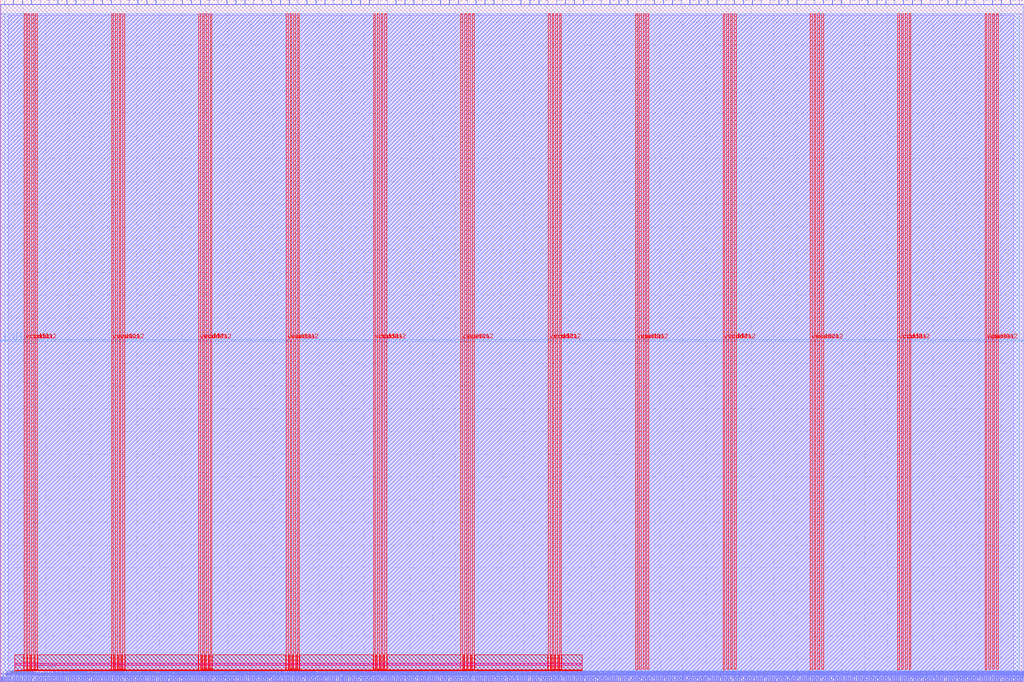
<source format=lef>
VERSION 5.7 ;
  NOWIREEXTENSIONATPIN ON ;
  DIVIDERCHAR "/" ;
  BUSBITCHARS "[]" ;
MACRO user_proj_example
  CLASS BLOCK ;
  FOREIGN user_proj_example ;
  ORIGIN 0.000 0.000 ;
  SIZE 900.000 BY 600.000 ;
  PIN io_in[0]
    DIRECTION INPUT ;
    USE SIGNAL ;
    PORT
      LAYER met2 ;
        RECT 3.770 596.000 4.050 600.000 ;
    END
  END io_in[0]
  PIN io_in[10]
    DIRECTION INPUT ;
    USE SIGNAL ;
    PORT
      LAYER met2 ;
        RECT 238.370 596.000 238.650 600.000 ;
    END
  END io_in[10]
  PIN io_in[11]
    DIRECTION INPUT ;
    USE SIGNAL ;
    PORT
      LAYER met2 ;
        RECT 261.830 596.000 262.110 600.000 ;
    END
  END io_in[11]
  PIN io_in[12]
    DIRECTION INPUT ;
    USE SIGNAL ;
    PORT
      LAYER met2 ;
        RECT 285.290 596.000 285.570 600.000 ;
    END
  END io_in[12]
  PIN io_in[13]
    DIRECTION INPUT ;
    USE SIGNAL ;
    PORT
      LAYER met2 ;
        RECT 308.750 596.000 309.030 600.000 ;
    END
  END io_in[13]
  PIN io_in[14]
    DIRECTION INPUT ;
    USE SIGNAL ;
    PORT
      LAYER met2 ;
        RECT 332.210 596.000 332.490 600.000 ;
    END
  END io_in[14]
  PIN io_in[15]
    DIRECTION INPUT ;
    USE SIGNAL ;
    PORT
      LAYER met2 ;
        RECT 355.670 596.000 355.950 600.000 ;
    END
  END io_in[15]
  PIN io_in[16]
    DIRECTION INPUT ;
    USE SIGNAL ;
    PORT
      LAYER met2 ;
        RECT 379.130 596.000 379.410 600.000 ;
    END
  END io_in[16]
  PIN io_in[17]
    DIRECTION INPUT ;
    USE SIGNAL ;
    PORT
      LAYER met2 ;
        RECT 402.590 596.000 402.870 600.000 ;
    END
  END io_in[17]
  PIN io_in[18]
    DIRECTION INPUT ;
    USE SIGNAL ;
    PORT
      LAYER met2 ;
        RECT 426.050 596.000 426.330 600.000 ;
    END
  END io_in[18]
  PIN io_in[19]
    DIRECTION INPUT ;
    USE SIGNAL ;
    PORT
      LAYER met2 ;
        RECT 449.510 596.000 449.790 600.000 ;
    END
  END io_in[19]
  PIN io_in[1]
    DIRECTION INPUT ;
    USE SIGNAL ;
    PORT
      LAYER met2 ;
        RECT 27.230 596.000 27.510 600.000 ;
    END
  END io_in[1]
  PIN io_in[20]
    DIRECTION INPUT ;
    USE SIGNAL ;
    PORT
      LAYER met2 ;
        RECT 473.430 596.000 473.710 600.000 ;
    END
  END io_in[20]
  PIN io_in[21]
    DIRECTION INPUT ;
    USE SIGNAL ;
    PORT
      LAYER met2 ;
        RECT 496.890 596.000 497.170 600.000 ;
    END
  END io_in[21]
  PIN io_in[22]
    DIRECTION INPUT ;
    USE SIGNAL ;
    PORT
      LAYER met2 ;
        RECT 520.350 596.000 520.630 600.000 ;
    END
  END io_in[22]
  PIN io_in[23]
    DIRECTION INPUT ;
    USE SIGNAL ;
    PORT
      LAYER met2 ;
        RECT 543.810 596.000 544.090 600.000 ;
    END
  END io_in[23]
  PIN io_in[24]
    DIRECTION INPUT ;
    USE SIGNAL ;
    PORT
      LAYER met2 ;
        RECT 567.270 596.000 567.550 600.000 ;
    END
  END io_in[24]
  PIN io_in[25]
    DIRECTION INPUT ;
    USE SIGNAL ;
    PORT
      LAYER met2 ;
        RECT 590.730 596.000 591.010 600.000 ;
    END
  END io_in[25]
  PIN io_in[26]
    DIRECTION INPUT ;
    USE SIGNAL ;
    PORT
      LAYER met2 ;
        RECT 614.190 596.000 614.470 600.000 ;
    END
  END io_in[26]
  PIN io_in[27]
    DIRECTION INPUT ;
    USE SIGNAL ;
    PORT
      LAYER met2 ;
        RECT 637.650 596.000 637.930 600.000 ;
    END
  END io_in[27]
  PIN io_in[28]
    DIRECTION INPUT ;
    USE SIGNAL ;
    PORT
      LAYER met2 ;
        RECT 661.110 596.000 661.390 600.000 ;
    END
  END io_in[28]
  PIN io_in[29]
    DIRECTION INPUT ;
    USE SIGNAL ;
    PORT
      LAYER met2 ;
        RECT 684.570 596.000 684.850 600.000 ;
    END
  END io_in[29]
  PIN io_in[2]
    DIRECTION INPUT ;
    USE SIGNAL ;
    PORT
      LAYER met2 ;
        RECT 50.690 596.000 50.970 600.000 ;
    END
  END io_in[2]
  PIN io_in[30]
    DIRECTION INPUT ;
    USE SIGNAL ;
    PORT
      LAYER met2 ;
        RECT 708.030 596.000 708.310 600.000 ;
    END
  END io_in[30]
  PIN io_in[31]
    DIRECTION INPUT ;
    USE SIGNAL ;
    PORT
      LAYER met2 ;
        RECT 731.490 596.000 731.770 600.000 ;
    END
  END io_in[31]
  PIN io_in[32]
    DIRECTION INPUT ;
    USE SIGNAL ;
    PORT
      LAYER met2 ;
        RECT 754.950 596.000 755.230 600.000 ;
    END
  END io_in[32]
  PIN io_in[33]
    DIRECTION INPUT ;
    USE SIGNAL ;
    PORT
      LAYER met2 ;
        RECT 778.410 596.000 778.690 600.000 ;
    END
  END io_in[33]
  PIN io_in[34]
    DIRECTION INPUT ;
    USE SIGNAL ;
    PORT
      LAYER met2 ;
        RECT 801.870 596.000 802.150 600.000 ;
    END
  END io_in[34]
  PIN io_in[35]
    DIRECTION INPUT ;
    USE SIGNAL ;
    PORT
      LAYER met2 ;
        RECT 825.330 596.000 825.610 600.000 ;
    END
  END io_in[35]
  PIN io_in[36]
    DIRECTION INPUT ;
    USE SIGNAL ;
    PORT
      LAYER met2 ;
        RECT 848.790 596.000 849.070 600.000 ;
    END
  END io_in[36]
  PIN io_in[37]
    DIRECTION INPUT ;
    USE SIGNAL ;
    PORT
      LAYER met2 ;
        RECT 872.250 596.000 872.530 600.000 ;
    END
  END io_in[37]
  PIN io_in[3]
    DIRECTION INPUT ;
    USE SIGNAL ;
    PORT
      LAYER met2 ;
        RECT 74.150 596.000 74.430 600.000 ;
    END
  END io_in[3]
  PIN io_in[4]
    DIRECTION INPUT ;
    USE SIGNAL ;
    PORT
      LAYER met2 ;
        RECT 97.610 596.000 97.890 600.000 ;
    END
  END io_in[4]
  PIN io_in[5]
    DIRECTION INPUT ;
    USE SIGNAL ;
    PORT
      LAYER met2 ;
        RECT 121.070 596.000 121.350 600.000 ;
    END
  END io_in[5]
  PIN io_in[6]
    DIRECTION INPUT ;
    USE SIGNAL ;
    PORT
      LAYER met2 ;
        RECT 144.530 596.000 144.810 600.000 ;
    END
  END io_in[6]
  PIN io_in[7]
    DIRECTION INPUT ;
    USE SIGNAL ;
    PORT
      LAYER met2 ;
        RECT 167.990 596.000 168.270 600.000 ;
    END
  END io_in[7]
  PIN io_in[8]
    DIRECTION INPUT ;
    USE SIGNAL ;
    PORT
      LAYER met2 ;
        RECT 191.450 596.000 191.730 600.000 ;
    END
  END io_in[8]
  PIN io_in[9]
    DIRECTION INPUT ;
    USE SIGNAL ;
    PORT
      LAYER met2 ;
        RECT 214.910 596.000 215.190 600.000 ;
    END
  END io_in[9]
  PIN io_oeb[0]
    DIRECTION OUTPUT TRISTATE ;
    USE SIGNAL ;
    PORT
      LAYER met2 ;
        RECT 11.590 596.000 11.870 600.000 ;
    END
  END io_oeb[0]
  PIN io_oeb[10]
    DIRECTION OUTPUT TRISTATE ;
    USE SIGNAL ;
    PORT
      LAYER met2 ;
        RECT 246.190 596.000 246.470 600.000 ;
    END
  END io_oeb[10]
  PIN io_oeb[11]
    DIRECTION OUTPUT TRISTATE ;
    USE SIGNAL ;
    PORT
      LAYER met2 ;
        RECT 269.650 596.000 269.930 600.000 ;
    END
  END io_oeb[11]
  PIN io_oeb[12]
    DIRECTION OUTPUT TRISTATE ;
    USE SIGNAL ;
    PORT
      LAYER met2 ;
        RECT 293.110 596.000 293.390 600.000 ;
    END
  END io_oeb[12]
  PIN io_oeb[13]
    DIRECTION OUTPUT TRISTATE ;
    USE SIGNAL ;
    PORT
      LAYER met2 ;
        RECT 316.570 596.000 316.850 600.000 ;
    END
  END io_oeb[13]
  PIN io_oeb[14]
    DIRECTION OUTPUT TRISTATE ;
    USE SIGNAL ;
    PORT
      LAYER met2 ;
        RECT 340.030 596.000 340.310 600.000 ;
    END
  END io_oeb[14]
  PIN io_oeb[15]
    DIRECTION OUTPUT TRISTATE ;
    USE SIGNAL ;
    PORT
      LAYER met2 ;
        RECT 363.490 596.000 363.770 600.000 ;
    END
  END io_oeb[15]
  PIN io_oeb[16]
    DIRECTION OUTPUT TRISTATE ;
    USE SIGNAL ;
    PORT
      LAYER met2 ;
        RECT 386.950 596.000 387.230 600.000 ;
    END
  END io_oeb[16]
  PIN io_oeb[17]
    DIRECTION OUTPUT TRISTATE ;
    USE SIGNAL ;
    PORT
      LAYER met2 ;
        RECT 410.410 596.000 410.690 600.000 ;
    END
  END io_oeb[17]
  PIN io_oeb[18]
    DIRECTION OUTPUT TRISTATE ;
    USE SIGNAL ;
    PORT
      LAYER met2 ;
        RECT 433.870 596.000 434.150 600.000 ;
    END
  END io_oeb[18]
  PIN io_oeb[19]
    DIRECTION OUTPUT TRISTATE ;
    USE SIGNAL ;
    PORT
      LAYER met2 ;
        RECT 457.790 596.000 458.070 600.000 ;
    END
  END io_oeb[19]
  PIN io_oeb[1]
    DIRECTION OUTPUT TRISTATE ;
    USE SIGNAL ;
    PORT
      LAYER met2 ;
        RECT 35.050 596.000 35.330 600.000 ;
    END
  END io_oeb[1]
  PIN io_oeb[20]
    DIRECTION OUTPUT TRISTATE ;
    USE SIGNAL ;
    PORT
      LAYER met2 ;
        RECT 481.250 596.000 481.530 600.000 ;
    END
  END io_oeb[20]
  PIN io_oeb[21]
    DIRECTION OUTPUT TRISTATE ;
    USE SIGNAL ;
    PORT
      LAYER met2 ;
        RECT 504.710 596.000 504.990 600.000 ;
    END
  END io_oeb[21]
  PIN io_oeb[22]
    DIRECTION OUTPUT TRISTATE ;
    USE SIGNAL ;
    PORT
      LAYER met2 ;
        RECT 528.170 596.000 528.450 600.000 ;
    END
  END io_oeb[22]
  PIN io_oeb[23]
    DIRECTION OUTPUT TRISTATE ;
    USE SIGNAL ;
    PORT
      LAYER met2 ;
        RECT 551.630 596.000 551.910 600.000 ;
    END
  END io_oeb[23]
  PIN io_oeb[24]
    DIRECTION OUTPUT TRISTATE ;
    USE SIGNAL ;
    PORT
      LAYER met2 ;
        RECT 575.090 596.000 575.370 600.000 ;
    END
  END io_oeb[24]
  PIN io_oeb[25]
    DIRECTION OUTPUT TRISTATE ;
    USE SIGNAL ;
    PORT
      LAYER met2 ;
        RECT 598.550 596.000 598.830 600.000 ;
    END
  END io_oeb[25]
  PIN io_oeb[26]
    DIRECTION OUTPUT TRISTATE ;
    USE SIGNAL ;
    PORT
      LAYER met2 ;
        RECT 622.010 596.000 622.290 600.000 ;
    END
  END io_oeb[26]
  PIN io_oeb[27]
    DIRECTION OUTPUT TRISTATE ;
    USE SIGNAL ;
    PORT
      LAYER met2 ;
        RECT 645.470 596.000 645.750 600.000 ;
    END
  END io_oeb[27]
  PIN io_oeb[28]
    DIRECTION OUTPUT TRISTATE ;
    USE SIGNAL ;
    PORT
      LAYER met2 ;
        RECT 668.930 596.000 669.210 600.000 ;
    END
  END io_oeb[28]
  PIN io_oeb[29]
    DIRECTION OUTPUT TRISTATE ;
    USE SIGNAL ;
    PORT
      LAYER met2 ;
        RECT 692.390 596.000 692.670 600.000 ;
    END
  END io_oeb[29]
  PIN io_oeb[2]
    DIRECTION OUTPUT TRISTATE ;
    USE SIGNAL ;
    PORT
      LAYER met2 ;
        RECT 58.510 596.000 58.790 600.000 ;
    END
  END io_oeb[2]
  PIN io_oeb[30]
    DIRECTION OUTPUT TRISTATE ;
    USE SIGNAL ;
    PORT
      LAYER met2 ;
        RECT 715.850 596.000 716.130 600.000 ;
    END
  END io_oeb[30]
  PIN io_oeb[31]
    DIRECTION OUTPUT TRISTATE ;
    USE SIGNAL ;
    PORT
      LAYER met2 ;
        RECT 739.310 596.000 739.590 600.000 ;
    END
  END io_oeb[31]
  PIN io_oeb[32]
    DIRECTION OUTPUT TRISTATE ;
    USE SIGNAL ;
    PORT
      LAYER met2 ;
        RECT 762.770 596.000 763.050 600.000 ;
    END
  END io_oeb[32]
  PIN io_oeb[33]
    DIRECTION OUTPUT TRISTATE ;
    USE SIGNAL ;
    PORT
      LAYER met2 ;
        RECT 786.230 596.000 786.510 600.000 ;
    END
  END io_oeb[33]
  PIN io_oeb[34]
    DIRECTION OUTPUT TRISTATE ;
    USE SIGNAL ;
    PORT
      LAYER met2 ;
        RECT 809.690 596.000 809.970 600.000 ;
    END
  END io_oeb[34]
  PIN io_oeb[35]
    DIRECTION OUTPUT TRISTATE ;
    USE SIGNAL ;
    PORT
      LAYER met2 ;
        RECT 833.150 596.000 833.430 600.000 ;
    END
  END io_oeb[35]
  PIN io_oeb[36]
    DIRECTION OUTPUT TRISTATE ;
    USE SIGNAL ;
    PORT
      LAYER met2 ;
        RECT 856.610 596.000 856.890 600.000 ;
    END
  END io_oeb[36]
  PIN io_oeb[37]
    DIRECTION OUTPUT TRISTATE ;
    USE SIGNAL ;
    PORT
      LAYER met2 ;
        RECT 880.070 596.000 880.350 600.000 ;
    END
  END io_oeb[37]
  PIN io_oeb[3]
    DIRECTION OUTPUT TRISTATE ;
    USE SIGNAL ;
    PORT
      LAYER met2 ;
        RECT 81.970 596.000 82.250 600.000 ;
    END
  END io_oeb[3]
  PIN io_oeb[4]
    DIRECTION OUTPUT TRISTATE ;
    USE SIGNAL ;
    PORT
      LAYER met2 ;
        RECT 105.430 596.000 105.710 600.000 ;
    END
  END io_oeb[4]
  PIN io_oeb[5]
    DIRECTION OUTPUT TRISTATE ;
    USE SIGNAL ;
    PORT
      LAYER met2 ;
        RECT 128.890 596.000 129.170 600.000 ;
    END
  END io_oeb[5]
  PIN io_oeb[6]
    DIRECTION OUTPUT TRISTATE ;
    USE SIGNAL ;
    PORT
      LAYER met2 ;
        RECT 152.350 596.000 152.630 600.000 ;
    END
  END io_oeb[6]
  PIN io_oeb[7]
    DIRECTION OUTPUT TRISTATE ;
    USE SIGNAL ;
    PORT
      LAYER met2 ;
        RECT 175.810 596.000 176.090 600.000 ;
    END
  END io_oeb[7]
  PIN io_oeb[8]
    DIRECTION OUTPUT TRISTATE ;
    USE SIGNAL ;
    PORT
      LAYER met2 ;
        RECT 199.270 596.000 199.550 600.000 ;
    END
  END io_oeb[8]
  PIN io_oeb[9]
    DIRECTION OUTPUT TRISTATE ;
    USE SIGNAL ;
    PORT
      LAYER met2 ;
        RECT 222.730 596.000 223.010 600.000 ;
    END
  END io_oeb[9]
  PIN io_out[0]
    DIRECTION OUTPUT TRISTATE ;
    USE SIGNAL ;
    PORT
      LAYER met2 ;
        RECT 19.410 596.000 19.690 600.000 ;
    END
  END io_out[0]
  PIN io_out[10]
    DIRECTION OUTPUT TRISTATE ;
    USE SIGNAL ;
    PORT
      LAYER met2 ;
        RECT 254.010 596.000 254.290 600.000 ;
    END
  END io_out[10]
  PIN io_out[11]
    DIRECTION OUTPUT TRISTATE ;
    USE SIGNAL ;
    PORT
      LAYER met2 ;
        RECT 277.470 596.000 277.750 600.000 ;
    END
  END io_out[11]
  PIN io_out[12]
    DIRECTION OUTPUT TRISTATE ;
    USE SIGNAL ;
    PORT
      LAYER met2 ;
        RECT 300.930 596.000 301.210 600.000 ;
    END
  END io_out[12]
  PIN io_out[13]
    DIRECTION OUTPUT TRISTATE ;
    USE SIGNAL ;
    PORT
      LAYER met2 ;
        RECT 324.390 596.000 324.670 600.000 ;
    END
  END io_out[13]
  PIN io_out[14]
    DIRECTION OUTPUT TRISTATE ;
    USE SIGNAL ;
    PORT
      LAYER met2 ;
        RECT 347.850 596.000 348.130 600.000 ;
    END
  END io_out[14]
  PIN io_out[15]
    DIRECTION OUTPUT TRISTATE ;
    USE SIGNAL ;
    PORT
      LAYER met2 ;
        RECT 371.310 596.000 371.590 600.000 ;
    END
  END io_out[15]
  PIN io_out[16]
    DIRECTION OUTPUT TRISTATE ;
    USE SIGNAL ;
    PORT
      LAYER met2 ;
        RECT 394.770 596.000 395.050 600.000 ;
    END
  END io_out[16]
  PIN io_out[17]
    DIRECTION OUTPUT TRISTATE ;
    USE SIGNAL ;
    PORT
      LAYER met2 ;
        RECT 418.230 596.000 418.510 600.000 ;
    END
  END io_out[17]
  PIN io_out[18]
    DIRECTION OUTPUT TRISTATE ;
    USE SIGNAL ;
    PORT
      LAYER met2 ;
        RECT 441.690 596.000 441.970 600.000 ;
    END
  END io_out[18]
  PIN io_out[19]
    DIRECTION OUTPUT TRISTATE ;
    USE SIGNAL ;
    PORT
      LAYER met2 ;
        RECT 465.610 596.000 465.890 600.000 ;
    END
  END io_out[19]
  PIN io_out[1]
    DIRECTION OUTPUT TRISTATE ;
    USE SIGNAL ;
    PORT
      LAYER met2 ;
        RECT 42.870 596.000 43.150 600.000 ;
    END
  END io_out[1]
  PIN io_out[20]
    DIRECTION OUTPUT TRISTATE ;
    USE SIGNAL ;
    PORT
      LAYER met2 ;
        RECT 489.070 596.000 489.350 600.000 ;
    END
  END io_out[20]
  PIN io_out[21]
    DIRECTION OUTPUT TRISTATE ;
    USE SIGNAL ;
    PORT
      LAYER met2 ;
        RECT 512.530 596.000 512.810 600.000 ;
    END
  END io_out[21]
  PIN io_out[22]
    DIRECTION OUTPUT TRISTATE ;
    USE SIGNAL ;
    PORT
      LAYER met2 ;
        RECT 535.990 596.000 536.270 600.000 ;
    END
  END io_out[22]
  PIN io_out[23]
    DIRECTION OUTPUT TRISTATE ;
    USE SIGNAL ;
    PORT
      LAYER met2 ;
        RECT 559.450 596.000 559.730 600.000 ;
    END
  END io_out[23]
  PIN io_out[24]
    DIRECTION OUTPUT TRISTATE ;
    USE SIGNAL ;
    PORT
      LAYER met2 ;
        RECT 582.910 596.000 583.190 600.000 ;
    END
  END io_out[24]
  PIN io_out[25]
    DIRECTION OUTPUT TRISTATE ;
    USE SIGNAL ;
    PORT
      LAYER met2 ;
        RECT 606.370 596.000 606.650 600.000 ;
    END
  END io_out[25]
  PIN io_out[26]
    DIRECTION OUTPUT TRISTATE ;
    USE SIGNAL ;
    PORT
      LAYER met2 ;
        RECT 629.830 596.000 630.110 600.000 ;
    END
  END io_out[26]
  PIN io_out[27]
    DIRECTION OUTPUT TRISTATE ;
    USE SIGNAL ;
    PORT
      LAYER met2 ;
        RECT 653.290 596.000 653.570 600.000 ;
    END
  END io_out[27]
  PIN io_out[28]
    DIRECTION OUTPUT TRISTATE ;
    USE SIGNAL ;
    PORT
      LAYER met2 ;
        RECT 676.750 596.000 677.030 600.000 ;
    END
  END io_out[28]
  PIN io_out[29]
    DIRECTION OUTPUT TRISTATE ;
    USE SIGNAL ;
    PORT
      LAYER met2 ;
        RECT 700.210 596.000 700.490 600.000 ;
    END
  END io_out[29]
  PIN io_out[2]
    DIRECTION OUTPUT TRISTATE ;
    USE SIGNAL ;
    PORT
      LAYER met2 ;
        RECT 66.330 596.000 66.610 600.000 ;
    END
  END io_out[2]
  PIN io_out[30]
    DIRECTION OUTPUT TRISTATE ;
    USE SIGNAL ;
    PORT
      LAYER met2 ;
        RECT 723.670 596.000 723.950 600.000 ;
    END
  END io_out[30]
  PIN io_out[31]
    DIRECTION OUTPUT TRISTATE ;
    USE SIGNAL ;
    PORT
      LAYER met2 ;
        RECT 747.130 596.000 747.410 600.000 ;
    END
  END io_out[31]
  PIN io_out[32]
    DIRECTION OUTPUT TRISTATE ;
    USE SIGNAL ;
    PORT
      LAYER met2 ;
        RECT 770.590 596.000 770.870 600.000 ;
    END
  END io_out[32]
  PIN io_out[33]
    DIRECTION OUTPUT TRISTATE ;
    USE SIGNAL ;
    PORT
      LAYER met2 ;
        RECT 794.050 596.000 794.330 600.000 ;
    END
  END io_out[33]
  PIN io_out[34]
    DIRECTION OUTPUT TRISTATE ;
    USE SIGNAL ;
    PORT
      LAYER met2 ;
        RECT 817.510 596.000 817.790 600.000 ;
    END
  END io_out[34]
  PIN io_out[35]
    DIRECTION OUTPUT TRISTATE ;
    USE SIGNAL ;
    PORT
      LAYER met2 ;
        RECT 840.970 596.000 841.250 600.000 ;
    END
  END io_out[35]
  PIN io_out[36]
    DIRECTION OUTPUT TRISTATE ;
    USE SIGNAL ;
    PORT
      LAYER met2 ;
        RECT 864.430 596.000 864.710 600.000 ;
    END
  END io_out[36]
  PIN io_out[37]
    DIRECTION OUTPUT TRISTATE ;
    USE SIGNAL ;
    PORT
      LAYER met2 ;
        RECT 887.890 596.000 888.170 600.000 ;
    END
  END io_out[37]
  PIN io_out[3]
    DIRECTION OUTPUT TRISTATE ;
    USE SIGNAL ;
    PORT
      LAYER met2 ;
        RECT 89.790 596.000 90.070 600.000 ;
    END
  END io_out[3]
  PIN io_out[4]
    DIRECTION OUTPUT TRISTATE ;
    USE SIGNAL ;
    PORT
      LAYER met2 ;
        RECT 113.250 596.000 113.530 600.000 ;
    END
  END io_out[4]
  PIN io_out[5]
    DIRECTION OUTPUT TRISTATE ;
    USE SIGNAL ;
    PORT
      LAYER met2 ;
        RECT 136.710 596.000 136.990 600.000 ;
    END
  END io_out[5]
  PIN io_out[6]
    DIRECTION OUTPUT TRISTATE ;
    USE SIGNAL ;
    PORT
      LAYER met2 ;
        RECT 160.170 596.000 160.450 600.000 ;
    END
  END io_out[6]
  PIN io_out[7]
    DIRECTION OUTPUT TRISTATE ;
    USE SIGNAL ;
    PORT
      LAYER met2 ;
        RECT 183.630 596.000 183.910 600.000 ;
    END
  END io_out[7]
  PIN io_out[8]
    DIRECTION OUTPUT TRISTATE ;
    USE SIGNAL ;
    PORT
      LAYER met2 ;
        RECT 207.090 596.000 207.370 600.000 ;
    END
  END io_out[8]
  PIN io_out[9]
    DIRECTION OUTPUT TRISTATE ;
    USE SIGNAL ;
    PORT
      LAYER met2 ;
        RECT 230.550 596.000 230.830 600.000 ;
    END
  END io_out[9]
  PIN irq[0]
    DIRECTION OUTPUT TRISTATE ;
    USE SIGNAL ;
    PORT
      LAYER met3 ;
        RECT 896.000 299.920 900.000 300.520 ;
    END
  END irq[0]
  PIN irq[1]
    DIRECTION OUTPUT TRISTATE ;
    USE SIGNAL ;
    PORT
      LAYER met3 ;
        RECT 0.000 299.920 4.000 300.520 ;
    END
  END irq[1]
  PIN irq[2]
    DIRECTION OUTPUT TRISTATE ;
    USE SIGNAL ;
    PORT
      LAYER met2 ;
        RECT 895.710 596.000 895.990 600.000 ;
    END
  END irq[2]
  PIN la_data_in[0]
    DIRECTION INPUT ;
    USE SIGNAL ;
    PORT
      LAYER met2 ;
        RECT 195.130 0.000 195.410 4.000 ;
    END
  END la_data_in[0]
  PIN la_data_in[100]
    DIRECTION INPUT ;
    USE SIGNAL ;
    PORT
      LAYER met2 ;
        RECT 746.210 0.000 746.490 4.000 ;
    END
  END la_data_in[100]
  PIN la_data_in[101]
    DIRECTION INPUT ;
    USE SIGNAL ;
    PORT
      LAYER met2 ;
        RECT 751.730 0.000 752.010 4.000 ;
    END
  END la_data_in[101]
  PIN la_data_in[102]
    DIRECTION INPUT ;
    USE SIGNAL ;
    PORT
      LAYER met2 ;
        RECT 757.250 0.000 757.530 4.000 ;
    END
  END la_data_in[102]
  PIN la_data_in[103]
    DIRECTION INPUT ;
    USE SIGNAL ;
    PORT
      LAYER met2 ;
        RECT 762.770 0.000 763.050 4.000 ;
    END
  END la_data_in[103]
  PIN la_data_in[104]
    DIRECTION INPUT ;
    USE SIGNAL ;
    PORT
      LAYER met2 ;
        RECT 768.290 0.000 768.570 4.000 ;
    END
  END la_data_in[104]
  PIN la_data_in[105]
    DIRECTION INPUT ;
    USE SIGNAL ;
    PORT
      LAYER met2 ;
        RECT 773.810 0.000 774.090 4.000 ;
    END
  END la_data_in[105]
  PIN la_data_in[106]
    DIRECTION INPUT ;
    USE SIGNAL ;
    PORT
      LAYER met2 ;
        RECT 779.330 0.000 779.610 4.000 ;
    END
  END la_data_in[106]
  PIN la_data_in[107]
    DIRECTION INPUT ;
    USE SIGNAL ;
    PORT
      LAYER met2 ;
        RECT 784.850 0.000 785.130 4.000 ;
    END
  END la_data_in[107]
  PIN la_data_in[108]
    DIRECTION INPUT ;
    USE SIGNAL ;
    PORT
      LAYER met2 ;
        RECT 790.370 0.000 790.650 4.000 ;
    END
  END la_data_in[108]
  PIN la_data_in[109]
    DIRECTION INPUT ;
    USE SIGNAL ;
    PORT
      LAYER met2 ;
        RECT 795.890 0.000 796.170 4.000 ;
    END
  END la_data_in[109]
  PIN la_data_in[10]
    DIRECTION INPUT ;
    USE SIGNAL ;
    PORT
      LAYER met2 ;
        RECT 250.330 0.000 250.610 4.000 ;
    END
  END la_data_in[10]
  PIN la_data_in[110]
    DIRECTION INPUT ;
    USE SIGNAL ;
    PORT
      LAYER met2 ;
        RECT 801.410 0.000 801.690 4.000 ;
    END
  END la_data_in[110]
  PIN la_data_in[111]
    DIRECTION INPUT ;
    USE SIGNAL ;
    PORT
      LAYER met2 ;
        RECT 806.930 0.000 807.210 4.000 ;
    END
  END la_data_in[111]
  PIN la_data_in[112]
    DIRECTION INPUT ;
    USE SIGNAL ;
    PORT
      LAYER met2 ;
        RECT 812.450 0.000 812.730 4.000 ;
    END
  END la_data_in[112]
  PIN la_data_in[113]
    DIRECTION INPUT ;
    USE SIGNAL ;
    PORT
      LAYER met2 ;
        RECT 817.970 0.000 818.250 4.000 ;
    END
  END la_data_in[113]
  PIN la_data_in[114]
    DIRECTION INPUT ;
    USE SIGNAL ;
    PORT
      LAYER met2 ;
        RECT 823.490 0.000 823.770 4.000 ;
    END
  END la_data_in[114]
  PIN la_data_in[115]
    DIRECTION INPUT ;
    USE SIGNAL ;
    PORT
      LAYER met2 ;
        RECT 829.010 0.000 829.290 4.000 ;
    END
  END la_data_in[115]
  PIN la_data_in[116]
    DIRECTION INPUT ;
    USE SIGNAL ;
    PORT
      LAYER met2 ;
        RECT 834.530 0.000 834.810 4.000 ;
    END
  END la_data_in[116]
  PIN la_data_in[117]
    DIRECTION INPUT ;
    USE SIGNAL ;
    PORT
      LAYER met2 ;
        RECT 840.050 0.000 840.330 4.000 ;
    END
  END la_data_in[117]
  PIN la_data_in[118]
    DIRECTION INPUT ;
    USE SIGNAL ;
    PORT
      LAYER met2 ;
        RECT 845.570 0.000 845.850 4.000 ;
    END
  END la_data_in[118]
  PIN la_data_in[119]
    DIRECTION INPUT ;
    USE SIGNAL ;
    PORT
      LAYER met2 ;
        RECT 851.090 0.000 851.370 4.000 ;
    END
  END la_data_in[119]
  PIN la_data_in[11]
    DIRECTION INPUT ;
    USE SIGNAL ;
    PORT
      LAYER met2 ;
        RECT 255.850 0.000 256.130 4.000 ;
    END
  END la_data_in[11]
  PIN la_data_in[120]
    DIRECTION INPUT ;
    USE SIGNAL ;
    PORT
      LAYER met2 ;
        RECT 856.610 0.000 856.890 4.000 ;
    END
  END la_data_in[120]
  PIN la_data_in[121]
    DIRECTION INPUT ;
    USE SIGNAL ;
    PORT
      LAYER met2 ;
        RECT 862.130 0.000 862.410 4.000 ;
    END
  END la_data_in[121]
  PIN la_data_in[122]
    DIRECTION INPUT ;
    USE SIGNAL ;
    PORT
      LAYER met2 ;
        RECT 867.650 0.000 867.930 4.000 ;
    END
  END la_data_in[122]
  PIN la_data_in[123]
    DIRECTION INPUT ;
    USE SIGNAL ;
    PORT
      LAYER met2 ;
        RECT 873.170 0.000 873.450 4.000 ;
    END
  END la_data_in[123]
  PIN la_data_in[124]
    DIRECTION INPUT ;
    USE SIGNAL ;
    PORT
      LAYER met2 ;
        RECT 878.690 0.000 878.970 4.000 ;
    END
  END la_data_in[124]
  PIN la_data_in[125]
    DIRECTION INPUT ;
    USE SIGNAL ;
    PORT
      LAYER met2 ;
        RECT 884.210 0.000 884.490 4.000 ;
    END
  END la_data_in[125]
  PIN la_data_in[126]
    DIRECTION INPUT ;
    USE SIGNAL ;
    PORT
      LAYER met2 ;
        RECT 889.730 0.000 890.010 4.000 ;
    END
  END la_data_in[126]
  PIN la_data_in[127]
    DIRECTION INPUT ;
    USE SIGNAL ;
    PORT
      LAYER met2 ;
        RECT 895.250 0.000 895.530 4.000 ;
    END
  END la_data_in[127]
  PIN la_data_in[12]
    DIRECTION INPUT ;
    USE SIGNAL ;
    PORT
      LAYER met2 ;
        RECT 261.370 0.000 261.650 4.000 ;
    END
  END la_data_in[12]
  PIN la_data_in[13]
    DIRECTION INPUT ;
    USE SIGNAL ;
    PORT
      LAYER met2 ;
        RECT 266.890 0.000 267.170 4.000 ;
    END
  END la_data_in[13]
  PIN la_data_in[14]
    DIRECTION INPUT ;
    USE SIGNAL ;
    PORT
      LAYER met2 ;
        RECT 272.410 0.000 272.690 4.000 ;
    END
  END la_data_in[14]
  PIN la_data_in[15]
    DIRECTION INPUT ;
    USE SIGNAL ;
    PORT
      LAYER met2 ;
        RECT 277.930 0.000 278.210 4.000 ;
    END
  END la_data_in[15]
  PIN la_data_in[16]
    DIRECTION INPUT ;
    USE SIGNAL ;
    PORT
      LAYER met2 ;
        RECT 283.450 0.000 283.730 4.000 ;
    END
  END la_data_in[16]
  PIN la_data_in[17]
    DIRECTION INPUT ;
    USE SIGNAL ;
    PORT
      LAYER met2 ;
        RECT 288.970 0.000 289.250 4.000 ;
    END
  END la_data_in[17]
  PIN la_data_in[18]
    DIRECTION INPUT ;
    USE SIGNAL ;
    PORT
      LAYER met2 ;
        RECT 294.490 0.000 294.770 4.000 ;
    END
  END la_data_in[18]
  PIN la_data_in[19]
    DIRECTION INPUT ;
    USE SIGNAL ;
    PORT
      LAYER met2 ;
        RECT 300.010 0.000 300.290 4.000 ;
    END
  END la_data_in[19]
  PIN la_data_in[1]
    DIRECTION INPUT ;
    USE SIGNAL ;
    PORT
      LAYER met2 ;
        RECT 200.650 0.000 200.930 4.000 ;
    END
  END la_data_in[1]
  PIN la_data_in[20]
    DIRECTION INPUT ;
    USE SIGNAL ;
    PORT
      LAYER met2 ;
        RECT 305.070 0.000 305.350 4.000 ;
    END
  END la_data_in[20]
  PIN la_data_in[21]
    DIRECTION INPUT ;
    USE SIGNAL ;
    PORT
      LAYER met2 ;
        RECT 310.590 0.000 310.870 4.000 ;
    END
  END la_data_in[21]
  PIN la_data_in[22]
    DIRECTION INPUT ;
    USE SIGNAL ;
    PORT
      LAYER met2 ;
        RECT 316.110 0.000 316.390 4.000 ;
    END
  END la_data_in[22]
  PIN la_data_in[23]
    DIRECTION INPUT ;
    USE SIGNAL ;
    PORT
      LAYER met2 ;
        RECT 321.630 0.000 321.910 4.000 ;
    END
  END la_data_in[23]
  PIN la_data_in[24]
    DIRECTION INPUT ;
    USE SIGNAL ;
    PORT
      LAYER met2 ;
        RECT 327.150 0.000 327.430 4.000 ;
    END
  END la_data_in[24]
  PIN la_data_in[25]
    DIRECTION INPUT ;
    USE SIGNAL ;
    PORT
      LAYER met2 ;
        RECT 332.670 0.000 332.950 4.000 ;
    END
  END la_data_in[25]
  PIN la_data_in[26]
    DIRECTION INPUT ;
    USE SIGNAL ;
    PORT
      LAYER met2 ;
        RECT 338.190 0.000 338.470 4.000 ;
    END
  END la_data_in[26]
  PIN la_data_in[27]
    DIRECTION INPUT ;
    USE SIGNAL ;
    PORT
      LAYER met2 ;
        RECT 343.710 0.000 343.990 4.000 ;
    END
  END la_data_in[27]
  PIN la_data_in[28]
    DIRECTION INPUT ;
    USE SIGNAL ;
    PORT
      LAYER met2 ;
        RECT 349.230 0.000 349.510 4.000 ;
    END
  END la_data_in[28]
  PIN la_data_in[29]
    DIRECTION INPUT ;
    USE SIGNAL ;
    PORT
      LAYER met2 ;
        RECT 354.750 0.000 355.030 4.000 ;
    END
  END la_data_in[29]
  PIN la_data_in[2]
    DIRECTION INPUT ;
    USE SIGNAL ;
    PORT
      LAYER met2 ;
        RECT 206.170 0.000 206.450 4.000 ;
    END
  END la_data_in[2]
  PIN la_data_in[30]
    DIRECTION INPUT ;
    USE SIGNAL ;
    PORT
      LAYER met2 ;
        RECT 360.270 0.000 360.550 4.000 ;
    END
  END la_data_in[30]
  PIN la_data_in[31]
    DIRECTION INPUT ;
    USE SIGNAL ;
    PORT
      LAYER met2 ;
        RECT 365.790 0.000 366.070 4.000 ;
    END
  END la_data_in[31]
  PIN la_data_in[32]
    DIRECTION INPUT ;
    USE SIGNAL ;
    PORT
      LAYER met2 ;
        RECT 371.310 0.000 371.590 4.000 ;
    END
  END la_data_in[32]
  PIN la_data_in[33]
    DIRECTION INPUT ;
    USE SIGNAL ;
    PORT
      LAYER met2 ;
        RECT 376.830 0.000 377.110 4.000 ;
    END
  END la_data_in[33]
  PIN la_data_in[34]
    DIRECTION INPUT ;
    USE SIGNAL ;
    PORT
      LAYER met2 ;
        RECT 382.350 0.000 382.630 4.000 ;
    END
  END la_data_in[34]
  PIN la_data_in[35]
    DIRECTION INPUT ;
    USE SIGNAL ;
    PORT
      LAYER met2 ;
        RECT 387.870 0.000 388.150 4.000 ;
    END
  END la_data_in[35]
  PIN la_data_in[36]
    DIRECTION INPUT ;
    USE SIGNAL ;
    PORT
      LAYER met2 ;
        RECT 393.390 0.000 393.670 4.000 ;
    END
  END la_data_in[36]
  PIN la_data_in[37]
    DIRECTION INPUT ;
    USE SIGNAL ;
    PORT
      LAYER met2 ;
        RECT 398.910 0.000 399.190 4.000 ;
    END
  END la_data_in[37]
  PIN la_data_in[38]
    DIRECTION INPUT ;
    USE SIGNAL ;
    PORT
      LAYER met2 ;
        RECT 404.430 0.000 404.710 4.000 ;
    END
  END la_data_in[38]
  PIN la_data_in[39]
    DIRECTION INPUT ;
    USE SIGNAL ;
    PORT
      LAYER met2 ;
        RECT 409.950 0.000 410.230 4.000 ;
    END
  END la_data_in[39]
  PIN la_data_in[3]
    DIRECTION INPUT ;
    USE SIGNAL ;
    PORT
      LAYER met2 ;
        RECT 211.690 0.000 211.970 4.000 ;
    END
  END la_data_in[3]
  PIN la_data_in[40]
    DIRECTION INPUT ;
    USE SIGNAL ;
    PORT
      LAYER met2 ;
        RECT 415.470 0.000 415.750 4.000 ;
    END
  END la_data_in[40]
  PIN la_data_in[41]
    DIRECTION INPUT ;
    USE SIGNAL ;
    PORT
      LAYER met2 ;
        RECT 420.990 0.000 421.270 4.000 ;
    END
  END la_data_in[41]
  PIN la_data_in[42]
    DIRECTION INPUT ;
    USE SIGNAL ;
    PORT
      LAYER met2 ;
        RECT 426.510 0.000 426.790 4.000 ;
    END
  END la_data_in[42]
  PIN la_data_in[43]
    DIRECTION INPUT ;
    USE SIGNAL ;
    PORT
      LAYER met2 ;
        RECT 432.030 0.000 432.310 4.000 ;
    END
  END la_data_in[43]
  PIN la_data_in[44]
    DIRECTION INPUT ;
    USE SIGNAL ;
    PORT
      LAYER met2 ;
        RECT 437.550 0.000 437.830 4.000 ;
    END
  END la_data_in[44]
  PIN la_data_in[45]
    DIRECTION INPUT ;
    USE SIGNAL ;
    PORT
      LAYER met2 ;
        RECT 443.070 0.000 443.350 4.000 ;
    END
  END la_data_in[45]
  PIN la_data_in[46]
    DIRECTION INPUT ;
    USE SIGNAL ;
    PORT
      LAYER met2 ;
        RECT 448.590 0.000 448.870 4.000 ;
    END
  END la_data_in[46]
  PIN la_data_in[47]
    DIRECTION INPUT ;
    USE SIGNAL ;
    PORT
      LAYER met2 ;
        RECT 454.110 0.000 454.390 4.000 ;
    END
  END la_data_in[47]
  PIN la_data_in[48]
    DIRECTION INPUT ;
    USE SIGNAL ;
    PORT
      LAYER met2 ;
        RECT 459.630 0.000 459.910 4.000 ;
    END
  END la_data_in[48]
  PIN la_data_in[49]
    DIRECTION INPUT ;
    USE SIGNAL ;
    PORT
      LAYER met2 ;
        RECT 465.150 0.000 465.430 4.000 ;
    END
  END la_data_in[49]
  PIN la_data_in[4]
    DIRECTION INPUT ;
    USE SIGNAL ;
    PORT
      LAYER met2 ;
        RECT 217.210 0.000 217.490 4.000 ;
    END
  END la_data_in[4]
  PIN la_data_in[50]
    DIRECTION INPUT ;
    USE SIGNAL ;
    PORT
      LAYER met2 ;
        RECT 470.670 0.000 470.950 4.000 ;
    END
  END la_data_in[50]
  PIN la_data_in[51]
    DIRECTION INPUT ;
    USE SIGNAL ;
    PORT
      LAYER met2 ;
        RECT 476.190 0.000 476.470 4.000 ;
    END
  END la_data_in[51]
  PIN la_data_in[52]
    DIRECTION INPUT ;
    USE SIGNAL ;
    PORT
      LAYER met2 ;
        RECT 481.710 0.000 481.990 4.000 ;
    END
  END la_data_in[52]
  PIN la_data_in[53]
    DIRECTION INPUT ;
    USE SIGNAL ;
    PORT
      LAYER met2 ;
        RECT 487.230 0.000 487.510 4.000 ;
    END
  END la_data_in[53]
  PIN la_data_in[54]
    DIRECTION INPUT ;
    USE SIGNAL ;
    PORT
      LAYER met2 ;
        RECT 492.750 0.000 493.030 4.000 ;
    END
  END la_data_in[54]
  PIN la_data_in[55]
    DIRECTION INPUT ;
    USE SIGNAL ;
    PORT
      LAYER met2 ;
        RECT 498.270 0.000 498.550 4.000 ;
    END
  END la_data_in[55]
  PIN la_data_in[56]
    DIRECTION INPUT ;
    USE SIGNAL ;
    PORT
      LAYER met2 ;
        RECT 503.790 0.000 504.070 4.000 ;
    END
  END la_data_in[56]
  PIN la_data_in[57]
    DIRECTION INPUT ;
    USE SIGNAL ;
    PORT
      LAYER met2 ;
        RECT 509.310 0.000 509.590 4.000 ;
    END
  END la_data_in[57]
  PIN la_data_in[58]
    DIRECTION INPUT ;
    USE SIGNAL ;
    PORT
      LAYER met2 ;
        RECT 514.830 0.000 515.110 4.000 ;
    END
  END la_data_in[58]
  PIN la_data_in[59]
    DIRECTION INPUT ;
    USE SIGNAL ;
    PORT
      LAYER met2 ;
        RECT 520.350 0.000 520.630 4.000 ;
    END
  END la_data_in[59]
  PIN la_data_in[5]
    DIRECTION INPUT ;
    USE SIGNAL ;
    PORT
      LAYER met2 ;
        RECT 222.730 0.000 223.010 4.000 ;
    END
  END la_data_in[5]
  PIN la_data_in[60]
    DIRECTION INPUT ;
    USE SIGNAL ;
    PORT
      LAYER met2 ;
        RECT 525.870 0.000 526.150 4.000 ;
    END
  END la_data_in[60]
  PIN la_data_in[61]
    DIRECTION INPUT ;
    USE SIGNAL ;
    PORT
      LAYER met2 ;
        RECT 531.390 0.000 531.670 4.000 ;
    END
  END la_data_in[61]
  PIN la_data_in[62]
    DIRECTION INPUT ;
    USE SIGNAL ;
    PORT
      LAYER met2 ;
        RECT 536.910 0.000 537.190 4.000 ;
    END
  END la_data_in[62]
  PIN la_data_in[63]
    DIRECTION INPUT ;
    USE SIGNAL ;
    PORT
      LAYER met2 ;
        RECT 542.430 0.000 542.710 4.000 ;
    END
  END la_data_in[63]
  PIN la_data_in[64]
    DIRECTION INPUT ;
    USE SIGNAL ;
    PORT
      LAYER met2 ;
        RECT 547.950 0.000 548.230 4.000 ;
    END
  END la_data_in[64]
  PIN la_data_in[65]
    DIRECTION INPUT ;
    USE SIGNAL ;
    PORT
      LAYER met2 ;
        RECT 553.470 0.000 553.750 4.000 ;
    END
  END la_data_in[65]
  PIN la_data_in[66]
    DIRECTION INPUT ;
    USE SIGNAL ;
    PORT
      LAYER met2 ;
        RECT 558.990 0.000 559.270 4.000 ;
    END
  END la_data_in[66]
  PIN la_data_in[67]
    DIRECTION INPUT ;
    USE SIGNAL ;
    PORT
      LAYER met2 ;
        RECT 564.510 0.000 564.790 4.000 ;
    END
  END la_data_in[67]
  PIN la_data_in[68]
    DIRECTION INPUT ;
    USE SIGNAL ;
    PORT
      LAYER met2 ;
        RECT 570.030 0.000 570.310 4.000 ;
    END
  END la_data_in[68]
  PIN la_data_in[69]
    DIRECTION INPUT ;
    USE SIGNAL ;
    PORT
      LAYER met2 ;
        RECT 575.550 0.000 575.830 4.000 ;
    END
  END la_data_in[69]
  PIN la_data_in[6]
    DIRECTION INPUT ;
    USE SIGNAL ;
    PORT
      LAYER met2 ;
        RECT 228.250 0.000 228.530 4.000 ;
    END
  END la_data_in[6]
  PIN la_data_in[70]
    DIRECTION INPUT ;
    USE SIGNAL ;
    PORT
      LAYER met2 ;
        RECT 581.070 0.000 581.350 4.000 ;
    END
  END la_data_in[70]
  PIN la_data_in[71]
    DIRECTION INPUT ;
    USE SIGNAL ;
    PORT
      LAYER met2 ;
        RECT 586.590 0.000 586.870 4.000 ;
    END
  END la_data_in[71]
  PIN la_data_in[72]
    DIRECTION INPUT ;
    USE SIGNAL ;
    PORT
      LAYER met2 ;
        RECT 592.110 0.000 592.390 4.000 ;
    END
  END la_data_in[72]
  PIN la_data_in[73]
    DIRECTION INPUT ;
    USE SIGNAL ;
    PORT
      LAYER met2 ;
        RECT 597.630 0.000 597.910 4.000 ;
    END
  END la_data_in[73]
  PIN la_data_in[74]
    DIRECTION INPUT ;
    USE SIGNAL ;
    PORT
      LAYER met2 ;
        RECT 602.690 0.000 602.970 4.000 ;
    END
  END la_data_in[74]
  PIN la_data_in[75]
    DIRECTION INPUT ;
    USE SIGNAL ;
    PORT
      LAYER met2 ;
        RECT 608.210 0.000 608.490 4.000 ;
    END
  END la_data_in[75]
  PIN la_data_in[76]
    DIRECTION INPUT ;
    USE SIGNAL ;
    PORT
      LAYER met2 ;
        RECT 613.730 0.000 614.010 4.000 ;
    END
  END la_data_in[76]
  PIN la_data_in[77]
    DIRECTION INPUT ;
    USE SIGNAL ;
    PORT
      LAYER met2 ;
        RECT 619.250 0.000 619.530 4.000 ;
    END
  END la_data_in[77]
  PIN la_data_in[78]
    DIRECTION INPUT ;
    USE SIGNAL ;
    PORT
      LAYER met2 ;
        RECT 624.770 0.000 625.050 4.000 ;
    END
  END la_data_in[78]
  PIN la_data_in[79]
    DIRECTION INPUT ;
    USE SIGNAL ;
    PORT
      LAYER met2 ;
        RECT 630.290 0.000 630.570 4.000 ;
    END
  END la_data_in[79]
  PIN la_data_in[7]
    DIRECTION INPUT ;
    USE SIGNAL ;
    PORT
      LAYER met2 ;
        RECT 233.770 0.000 234.050 4.000 ;
    END
  END la_data_in[7]
  PIN la_data_in[80]
    DIRECTION INPUT ;
    USE SIGNAL ;
    PORT
      LAYER met2 ;
        RECT 635.810 0.000 636.090 4.000 ;
    END
  END la_data_in[80]
  PIN la_data_in[81]
    DIRECTION INPUT ;
    USE SIGNAL ;
    PORT
      LAYER met2 ;
        RECT 641.330 0.000 641.610 4.000 ;
    END
  END la_data_in[81]
  PIN la_data_in[82]
    DIRECTION INPUT ;
    USE SIGNAL ;
    PORT
      LAYER met2 ;
        RECT 646.850 0.000 647.130 4.000 ;
    END
  END la_data_in[82]
  PIN la_data_in[83]
    DIRECTION INPUT ;
    USE SIGNAL ;
    PORT
      LAYER met2 ;
        RECT 652.370 0.000 652.650 4.000 ;
    END
  END la_data_in[83]
  PIN la_data_in[84]
    DIRECTION INPUT ;
    USE SIGNAL ;
    PORT
      LAYER met2 ;
        RECT 657.890 0.000 658.170 4.000 ;
    END
  END la_data_in[84]
  PIN la_data_in[85]
    DIRECTION INPUT ;
    USE SIGNAL ;
    PORT
      LAYER met2 ;
        RECT 663.410 0.000 663.690 4.000 ;
    END
  END la_data_in[85]
  PIN la_data_in[86]
    DIRECTION INPUT ;
    USE SIGNAL ;
    PORT
      LAYER met2 ;
        RECT 668.930 0.000 669.210 4.000 ;
    END
  END la_data_in[86]
  PIN la_data_in[87]
    DIRECTION INPUT ;
    USE SIGNAL ;
    PORT
      LAYER met2 ;
        RECT 674.450 0.000 674.730 4.000 ;
    END
  END la_data_in[87]
  PIN la_data_in[88]
    DIRECTION INPUT ;
    USE SIGNAL ;
    PORT
      LAYER met2 ;
        RECT 679.970 0.000 680.250 4.000 ;
    END
  END la_data_in[88]
  PIN la_data_in[89]
    DIRECTION INPUT ;
    USE SIGNAL ;
    PORT
      LAYER met2 ;
        RECT 685.490 0.000 685.770 4.000 ;
    END
  END la_data_in[89]
  PIN la_data_in[8]
    DIRECTION INPUT ;
    USE SIGNAL ;
    PORT
      LAYER met2 ;
        RECT 239.290 0.000 239.570 4.000 ;
    END
  END la_data_in[8]
  PIN la_data_in[90]
    DIRECTION INPUT ;
    USE SIGNAL ;
    PORT
      LAYER met2 ;
        RECT 691.010 0.000 691.290 4.000 ;
    END
  END la_data_in[90]
  PIN la_data_in[91]
    DIRECTION INPUT ;
    USE SIGNAL ;
    PORT
      LAYER met2 ;
        RECT 696.530 0.000 696.810 4.000 ;
    END
  END la_data_in[91]
  PIN la_data_in[92]
    DIRECTION INPUT ;
    USE SIGNAL ;
    PORT
      LAYER met2 ;
        RECT 702.050 0.000 702.330 4.000 ;
    END
  END la_data_in[92]
  PIN la_data_in[93]
    DIRECTION INPUT ;
    USE SIGNAL ;
    PORT
      LAYER met2 ;
        RECT 707.570 0.000 707.850 4.000 ;
    END
  END la_data_in[93]
  PIN la_data_in[94]
    DIRECTION INPUT ;
    USE SIGNAL ;
    PORT
      LAYER met2 ;
        RECT 713.090 0.000 713.370 4.000 ;
    END
  END la_data_in[94]
  PIN la_data_in[95]
    DIRECTION INPUT ;
    USE SIGNAL ;
    PORT
      LAYER met2 ;
        RECT 718.610 0.000 718.890 4.000 ;
    END
  END la_data_in[95]
  PIN la_data_in[96]
    DIRECTION INPUT ;
    USE SIGNAL ;
    PORT
      LAYER met2 ;
        RECT 724.130 0.000 724.410 4.000 ;
    END
  END la_data_in[96]
  PIN la_data_in[97]
    DIRECTION INPUT ;
    USE SIGNAL ;
    PORT
      LAYER met2 ;
        RECT 729.650 0.000 729.930 4.000 ;
    END
  END la_data_in[97]
  PIN la_data_in[98]
    DIRECTION INPUT ;
    USE SIGNAL ;
    PORT
      LAYER met2 ;
        RECT 735.170 0.000 735.450 4.000 ;
    END
  END la_data_in[98]
  PIN la_data_in[99]
    DIRECTION INPUT ;
    USE SIGNAL ;
    PORT
      LAYER met2 ;
        RECT 740.690 0.000 740.970 4.000 ;
    END
  END la_data_in[99]
  PIN la_data_in[9]
    DIRECTION INPUT ;
    USE SIGNAL ;
    PORT
      LAYER met2 ;
        RECT 244.810 0.000 245.090 4.000 ;
    END
  END la_data_in[9]
  PIN la_data_out[0]
    DIRECTION OUTPUT TRISTATE ;
    USE SIGNAL ;
    PORT
      LAYER met2 ;
        RECT 196.970 0.000 197.250 4.000 ;
    END
  END la_data_out[0]
  PIN la_data_out[100]
    DIRECTION OUTPUT TRISTATE ;
    USE SIGNAL ;
    PORT
      LAYER met2 ;
        RECT 748.050 0.000 748.330 4.000 ;
    END
  END la_data_out[100]
  PIN la_data_out[101]
    DIRECTION OUTPUT TRISTATE ;
    USE SIGNAL ;
    PORT
      LAYER met2 ;
        RECT 753.570 0.000 753.850 4.000 ;
    END
  END la_data_out[101]
  PIN la_data_out[102]
    DIRECTION OUTPUT TRISTATE ;
    USE SIGNAL ;
    PORT
      LAYER met2 ;
        RECT 759.090 0.000 759.370 4.000 ;
    END
  END la_data_out[102]
  PIN la_data_out[103]
    DIRECTION OUTPUT TRISTATE ;
    USE SIGNAL ;
    PORT
      LAYER met2 ;
        RECT 764.610 0.000 764.890 4.000 ;
    END
  END la_data_out[103]
  PIN la_data_out[104]
    DIRECTION OUTPUT TRISTATE ;
    USE SIGNAL ;
    PORT
      LAYER met2 ;
        RECT 770.130 0.000 770.410 4.000 ;
    END
  END la_data_out[104]
  PIN la_data_out[105]
    DIRECTION OUTPUT TRISTATE ;
    USE SIGNAL ;
    PORT
      LAYER met2 ;
        RECT 775.650 0.000 775.930 4.000 ;
    END
  END la_data_out[105]
  PIN la_data_out[106]
    DIRECTION OUTPUT TRISTATE ;
    USE SIGNAL ;
    PORT
      LAYER met2 ;
        RECT 781.170 0.000 781.450 4.000 ;
    END
  END la_data_out[106]
  PIN la_data_out[107]
    DIRECTION OUTPUT TRISTATE ;
    USE SIGNAL ;
    PORT
      LAYER met2 ;
        RECT 786.690 0.000 786.970 4.000 ;
    END
  END la_data_out[107]
  PIN la_data_out[108]
    DIRECTION OUTPUT TRISTATE ;
    USE SIGNAL ;
    PORT
      LAYER met2 ;
        RECT 792.210 0.000 792.490 4.000 ;
    END
  END la_data_out[108]
  PIN la_data_out[109]
    DIRECTION OUTPUT TRISTATE ;
    USE SIGNAL ;
    PORT
      LAYER met2 ;
        RECT 797.730 0.000 798.010 4.000 ;
    END
  END la_data_out[109]
  PIN la_data_out[10]
    DIRECTION OUTPUT TRISTATE ;
    USE SIGNAL ;
    PORT
      LAYER met2 ;
        RECT 252.170 0.000 252.450 4.000 ;
    END
  END la_data_out[10]
  PIN la_data_out[110]
    DIRECTION OUTPUT TRISTATE ;
    USE SIGNAL ;
    PORT
      LAYER met2 ;
        RECT 803.250 0.000 803.530 4.000 ;
    END
  END la_data_out[110]
  PIN la_data_out[111]
    DIRECTION OUTPUT TRISTATE ;
    USE SIGNAL ;
    PORT
      LAYER met2 ;
        RECT 808.770 0.000 809.050 4.000 ;
    END
  END la_data_out[111]
  PIN la_data_out[112]
    DIRECTION OUTPUT TRISTATE ;
    USE SIGNAL ;
    PORT
      LAYER met2 ;
        RECT 814.290 0.000 814.570 4.000 ;
    END
  END la_data_out[112]
  PIN la_data_out[113]
    DIRECTION OUTPUT TRISTATE ;
    USE SIGNAL ;
    PORT
      LAYER met2 ;
        RECT 819.810 0.000 820.090 4.000 ;
    END
  END la_data_out[113]
  PIN la_data_out[114]
    DIRECTION OUTPUT TRISTATE ;
    USE SIGNAL ;
    PORT
      LAYER met2 ;
        RECT 825.330 0.000 825.610 4.000 ;
    END
  END la_data_out[114]
  PIN la_data_out[115]
    DIRECTION OUTPUT TRISTATE ;
    USE SIGNAL ;
    PORT
      LAYER met2 ;
        RECT 830.850 0.000 831.130 4.000 ;
    END
  END la_data_out[115]
  PIN la_data_out[116]
    DIRECTION OUTPUT TRISTATE ;
    USE SIGNAL ;
    PORT
      LAYER met2 ;
        RECT 836.370 0.000 836.650 4.000 ;
    END
  END la_data_out[116]
  PIN la_data_out[117]
    DIRECTION OUTPUT TRISTATE ;
    USE SIGNAL ;
    PORT
      LAYER met2 ;
        RECT 841.890 0.000 842.170 4.000 ;
    END
  END la_data_out[117]
  PIN la_data_out[118]
    DIRECTION OUTPUT TRISTATE ;
    USE SIGNAL ;
    PORT
      LAYER met2 ;
        RECT 847.410 0.000 847.690 4.000 ;
    END
  END la_data_out[118]
  PIN la_data_out[119]
    DIRECTION OUTPUT TRISTATE ;
    USE SIGNAL ;
    PORT
      LAYER met2 ;
        RECT 852.930 0.000 853.210 4.000 ;
    END
  END la_data_out[119]
  PIN la_data_out[11]
    DIRECTION OUTPUT TRISTATE ;
    USE SIGNAL ;
    PORT
      LAYER met2 ;
        RECT 257.690 0.000 257.970 4.000 ;
    END
  END la_data_out[11]
  PIN la_data_out[120]
    DIRECTION OUTPUT TRISTATE ;
    USE SIGNAL ;
    PORT
      LAYER met2 ;
        RECT 858.450 0.000 858.730 4.000 ;
    END
  END la_data_out[120]
  PIN la_data_out[121]
    DIRECTION OUTPUT TRISTATE ;
    USE SIGNAL ;
    PORT
      LAYER met2 ;
        RECT 863.970 0.000 864.250 4.000 ;
    END
  END la_data_out[121]
  PIN la_data_out[122]
    DIRECTION OUTPUT TRISTATE ;
    USE SIGNAL ;
    PORT
      LAYER met2 ;
        RECT 869.490 0.000 869.770 4.000 ;
    END
  END la_data_out[122]
  PIN la_data_out[123]
    DIRECTION OUTPUT TRISTATE ;
    USE SIGNAL ;
    PORT
      LAYER met2 ;
        RECT 875.010 0.000 875.290 4.000 ;
    END
  END la_data_out[123]
  PIN la_data_out[124]
    DIRECTION OUTPUT TRISTATE ;
    USE SIGNAL ;
    PORT
      LAYER met2 ;
        RECT 880.530 0.000 880.810 4.000 ;
    END
  END la_data_out[124]
  PIN la_data_out[125]
    DIRECTION OUTPUT TRISTATE ;
    USE SIGNAL ;
    PORT
      LAYER met2 ;
        RECT 886.050 0.000 886.330 4.000 ;
    END
  END la_data_out[125]
  PIN la_data_out[126]
    DIRECTION OUTPUT TRISTATE ;
    USE SIGNAL ;
    PORT
      LAYER met2 ;
        RECT 891.570 0.000 891.850 4.000 ;
    END
  END la_data_out[126]
  PIN la_data_out[127]
    DIRECTION OUTPUT TRISTATE ;
    USE SIGNAL ;
    PORT
      LAYER met2 ;
        RECT 897.090 0.000 897.370 4.000 ;
    END
  END la_data_out[127]
  PIN la_data_out[12]
    DIRECTION OUTPUT TRISTATE ;
    USE SIGNAL ;
    PORT
      LAYER met2 ;
        RECT 263.210 0.000 263.490 4.000 ;
    END
  END la_data_out[12]
  PIN la_data_out[13]
    DIRECTION OUTPUT TRISTATE ;
    USE SIGNAL ;
    PORT
      LAYER met2 ;
        RECT 268.730 0.000 269.010 4.000 ;
    END
  END la_data_out[13]
  PIN la_data_out[14]
    DIRECTION OUTPUT TRISTATE ;
    USE SIGNAL ;
    PORT
      LAYER met2 ;
        RECT 274.250 0.000 274.530 4.000 ;
    END
  END la_data_out[14]
  PIN la_data_out[15]
    DIRECTION OUTPUT TRISTATE ;
    USE SIGNAL ;
    PORT
      LAYER met2 ;
        RECT 279.770 0.000 280.050 4.000 ;
    END
  END la_data_out[15]
  PIN la_data_out[16]
    DIRECTION OUTPUT TRISTATE ;
    USE SIGNAL ;
    PORT
      LAYER met2 ;
        RECT 285.290 0.000 285.570 4.000 ;
    END
  END la_data_out[16]
  PIN la_data_out[17]
    DIRECTION OUTPUT TRISTATE ;
    USE SIGNAL ;
    PORT
      LAYER met2 ;
        RECT 290.810 0.000 291.090 4.000 ;
    END
  END la_data_out[17]
  PIN la_data_out[18]
    DIRECTION OUTPUT TRISTATE ;
    USE SIGNAL ;
    PORT
      LAYER met2 ;
        RECT 296.330 0.000 296.610 4.000 ;
    END
  END la_data_out[18]
  PIN la_data_out[19]
    DIRECTION OUTPUT TRISTATE ;
    USE SIGNAL ;
    PORT
      LAYER met2 ;
        RECT 301.390 0.000 301.670 4.000 ;
    END
  END la_data_out[19]
  PIN la_data_out[1]
    DIRECTION OUTPUT TRISTATE ;
    USE SIGNAL ;
    PORT
      LAYER met2 ;
        RECT 202.490 0.000 202.770 4.000 ;
    END
  END la_data_out[1]
  PIN la_data_out[20]
    DIRECTION OUTPUT TRISTATE ;
    USE SIGNAL ;
    PORT
      LAYER met2 ;
        RECT 306.910 0.000 307.190 4.000 ;
    END
  END la_data_out[20]
  PIN la_data_out[21]
    DIRECTION OUTPUT TRISTATE ;
    USE SIGNAL ;
    PORT
      LAYER met2 ;
        RECT 312.430 0.000 312.710 4.000 ;
    END
  END la_data_out[21]
  PIN la_data_out[22]
    DIRECTION OUTPUT TRISTATE ;
    USE SIGNAL ;
    PORT
      LAYER met2 ;
        RECT 317.950 0.000 318.230 4.000 ;
    END
  END la_data_out[22]
  PIN la_data_out[23]
    DIRECTION OUTPUT TRISTATE ;
    USE SIGNAL ;
    PORT
      LAYER met2 ;
        RECT 323.470 0.000 323.750 4.000 ;
    END
  END la_data_out[23]
  PIN la_data_out[24]
    DIRECTION OUTPUT TRISTATE ;
    USE SIGNAL ;
    PORT
      LAYER met2 ;
        RECT 328.990 0.000 329.270 4.000 ;
    END
  END la_data_out[24]
  PIN la_data_out[25]
    DIRECTION OUTPUT TRISTATE ;
    USE SIGNAL ;
    PORT
      LAYER met2 ;
        RECT 334.510 0.000 334.790 4.000 ;
    END
  END la_data_out[25]
  PIN la_data_out[26]
    DIRECTION OUTPUT TRISTATE ;
    USE SIGNAL ;
    PORT
      LAYER met2 ;
        RECT 340.030 0.000 340.310 4.000 ;
    END
  END la_data_out[26]
  PIN la_data_out[27]
    DIRECTION OUTPUT TRISTATE ;
    USE SIGNAL ;
    PORT
      LAYER met2 ;
        RECT 345.550 0.000 345.830 4.000 ;
    END
  END la_data_out[27]
  PIN la_data_out[28]
    DIRECTION OUTPUT TRISTATE ;
    USE SIGNAL ;
    PORT
      LAYER met2 ;
        RECT 351.070 0.000 351.350 4.000 ;
    END
  END la_data_out[28]
  PIN la_data_out[29]
    DIRECTION OUTPUT TRISTATE ;
    USE SIGNAL ;
    PORT
      LAYER met2 ;
        RECT 356.590 0.000 356.870 4.000 ;
    END
  END la_data_out[29]
  PIN la_data_out[2]
    DIRECTION OUTPUT TRISTATE ;
    USE SIGNAL ;
    PORT
      LAYER met2 ;
        RECT 208.010 0.000 208.290 4.000 ;
    END
  END la_data_out[2]
  PIN la_data_out[30]
    DIRECTION OUTPUT TRISTATE ;
    USE SIGNAL ;
    PORT
      LAYER met2 ;
        RECT 362.110 0.000 362.390 4.000 ;
    END
  END la_data_out[30]
  PIN la_data_out[31]
    DIRECTION OUTPUT TRISTATE ;
    USE SIGNAL ;
    PORT
      LAYER met2 ;
        RECT 367.630 0.000 367.910 4.000 ;
    END
  END la_data_out[31]
  PIN la_data_out[32]
    DIRECTION OUTPUT TRISTATE ;
    USE SIGNAL ;
    PORT
      LAYER met2 ;
        RECT 373.150 0.000 373.430 4.000 ;
    END
  END la_data_out[32]
  PIN la_data_out[33]
    DIRECTION OUTPUT TRISTATE ;
    USE SIGNAL ;
    PORT
      LAYER met2 ;
        RECT 378.670 0.000 378.950 4.000 ;
    END
  END la_data_out[33]
  PIN la_data_out[34]
    DIRECTION OUTPUT TRISTATE ;
    USE SIGNAL ;
    PORT
      LAYER met2 ;
        RECT 384.190 0.000 384.470 4.000 ;
    END
  END la_data_out[34]
  PIN la_data_out[35]
    DIRECTION OUTPUT TRISTATE ;
    USE SIGNAL ;
    PORT
      LAYER met2 ;
        RECT 389.710 0.000 389.990 4.000 ;
    END
  END la_data_out[35]
  PIN la_data_out[36]
    DIRECTION OUTPUT TRISTATE ;
    USE SIGNAL ;
    PORT
      LAYER met2 ;
        RECT 395.230 0.000 395.510 4.000 ;
    END
  END la_data_out[36]
  PIN la_data_out[37]
    DIRECTION OUTPUT TRISTATE ;
    USE SIGNAL ;
    PORT
      LAYER met2 ;
        RECT 400.750 0.000 401.030 4.000 ;
    END
  END la_data_out[37]
  PIN la_data_out[38]
    DIRECTION OUTPUT TRISTATE ;
    USE SIGNAL ;
    PORT
      LAYER met2 ;
        RECT 406.270 0.000 406.550 4.000 ;
    END
  END la_data_out[38]
  PIN la_data_out[39]
    DIRECTION OUTPUT TRISTATE ;
    USE SIGNAL ;
    PORT
      LAYER met2 ;
        RECT 411.790 0.000 412.070 4.000 ;
    END
  END la_data_out[39]
  PIN la_data_out[3]
    DIRECTION OUTPUT TRISTATE ;
    USE SIGNAL ;
    PORT
      LAYER met2 ;
        RECT 213.530 0.000 213.810 4.000 ;
    END
  END la_data_out[3]
  PIN la_data_out[40]
    DIRECTION OUTPUT TRISTATE ;
    USE SIGNAL ;
    PORT
      LAYER met2 ;
        RECT 417.310 0.000 417.590 4.000 ;
    END
  END la_data_out[40]
  PIN la_data_out[41]
    DIRECTION OUTPUT TRISTATE ;
    USE SIGNAL ;
    PORT
      LAYER met2 ;
        RECT 422.830 0.000 423.110 4.000 ;
    END
  END la_data_out[41]
  PIN la_data_out[42]
    DIRECTION OUTPUT TRISTATE ;
    USE SIGNAL ;
    PORT
      LAYER met2 ;
        RECT 428.350 0.000 428.630 4.000 ;
    END
  END la_data_out[42]
  PIN la_data_out[43]
    DIRECTION OUTPUT TRISTATE ;
    USE SIGNAL ;
    PORT
      LAYER met2 ;
        RECT 433.870 0.000 434.150 4.000 ;
    END
  END la_data_out[43]
  PIN la_data_out[44]
    DIRECTION OUTPUT TRISTATE ;
    USE SIGNAL ;
    PORT
      LAYER met2 ;
        RECT 439.390 0.000 439.670 4.000 ;
    END
  END la_data_out[44]
  PIN la_data_out[45]
    DIRECTION OUTPUT TRISTATE ;
    USE SIGNAL ;
    PORT
      LAYER met2 ;
        RECT 444.910 0.000 445.190 4.000 ;
    END
  END la_data_out[45]
  PIN la_data_out[46]
    DIRECTION OUTPUT TRISTATE ;
    USE SIGNAL ;
    PORT
      LAYER met2 ;
        RECT 450.430 0.000 450.710 4.000 ;
    END
  END la_data_out[46]
  PIN la_data_out[47]
    DIRECTION OUTPUT TRISTATE ;
    USE SIGNAL ;
    PORT
      LAYER met2 ;
        RECT 455.950 0.000 456.230 4.000 ;
    END
  END la_data_out[47]
  PIN la_data_out[48]
    DIRECTION OUTPUT TRISTATE ;
    USE SIGNAL ;
    PORT
      LAYER met2 ;
        RECT 461.470 0.000 461.750 4.000 ;
    END
  END la_data_out[48]
  PIN la_data_out[49]
    DIRECTION OUTPUT TRISTATE ;
    USE SIGNAL ;
    PORT
      LAYER met2 ;
        RECT 466.990 0.000 467.270 4.000 ;
    END
  END la_data_out[49]
  PIN la_data_out[4]
    DIRECTION OUTPUT TRISTATE ;
    USE SIGNAL ;
    PORT
      LAYER met2 ;
        RECT 219.050 0.000 219.330 4.000 ;
    END
  END la_data_out[4]
  PIN la_data_out[50]
    DIRECTION OUTPUT TRISTATE ;
    USE SIGNAL ;
    PORT
      LAYER met2 ;
        RECT 472.510 0.000 472.790 4.000 ;
    END
  END la_data_out[50]
  PIN la_data_out[51]
    DIRECTION OUTPUT TRISTATE ;
    USE SIGNAL ;
    PORT
      LAYER met2 ;
        RECT 478.030 0.000 478.310 4.000 ;
    END
  END la_data_out[51]
  PIN la_data_out[52]
    DIRECTION OUTPUT TRISTATE ;
    USE SIGNAL ;
    PORT
      LAYER met2 ;
        RECT 483.550 0.000 483.830 4.000 ;
    END
  END la_data_out[52]
  PIN la_data_out[53]
    DIRECTION OUTPUT TRISTATE ;
    USE SIGNAL ;
    PORT
      LAYER met2 ;
        RECT 489.070 0.000 489.350 4.000 ;
    END
  END la_data_out[53]
  PIN la_data_out[54]
    DIRECTION OUTPUT TRISTATE ;
    USE SIGNAL ;
    PORT
      LAYER met2 ;
        RECT 494.590 0.000 494.870 4.000 ;
    END
  END la_data_out[54]
  PIN la_data_out[55]
    DIRECTION OUTPUT TRISTATE ;
    USE SIGNAL ;
    PORT
      LAYER met2 ;
        RECT 500.110 0.000 500.390 4.000 ;
    END
  END la_data_out[55]
  PIN la_data_out[56]
    DIRECTION OUTPUT TRISTATE ;
    USE SIGNAL ;
    PORT
      LAYER met2 ;
        RECT 505.630 0.000 505.910 4.000 ;
    END
  END la_data_out[56]
  PIN la_data_out[57]
    DIRECTION OUTPUT TRISTATE ;
    USE SIGNAL ;
    PORT
      LAYER met2 ;
        RECT 511.150 0.000 511.430 4.000 ;
    END
  END la_data_out[57]
  PIN la_data_out[58]
    DIRECTION OUTPUT TRISTATE ;
    USE SIGNAL ;
    PORT
      LAYER met2 ;
        RECT 516.670 0.000 516.950 4.000 ;
    END
  END la_data_out[58]
  PIN la_data_out[59]
    DIRECTION OUTPUT TRISTATE ;
    USE SIGNAL ;
    PORT
      LAYER met2 ;
        RECT 522.190 0.000 522.470 4.000 ;
    END
  END la_data_out[59]
  PIN la_data_out[5]
    DIRECTION OUTPUT TRISTATE ;
    USE SIGNAL ;
    PORT
      LAYER met2 ;
        RECT 224.570 0.000 224.850 4.000 ;
    END
  END la_data_out[5]
  PIN la_data_out[60]
    DIRECTION OUTPUT TRISTATE ;
    USE SIGNAL ;
    PORT
      LAYER met2 ;
        RECT 527.710 0.000 527.990 4.000 ;
    END
  END la_data_out[60]
  PIN la_data_out[61]
    DIRECTION OUTPUT TRISTATE ;
    USE SIGNAL ;
    PORT
      LAYER met2 ;
        RECT 533.230 0.000 533.510 4.000 ;
    END
  END la_data_out[61]
  PIN la_data_out[62]
    DIRECTION OUTPUT TRISTATE ;
    USE SIGNAL ;
    PORT
      LAYER met2 ;
        RECT 538.750 0.000 539.030 4.000 ;
    END
  END la_data_out[62]
  PIN la_data_out[63]
    DIRECTION OUTPUT TRISTATE ;
    USE SIGNAL ;
    PORT
      LAYER met2 ;
        RECT 544.270 0.000 544.550 4.000 ;
    END
  END la_data_out[63]
  PIN la_data_out[64]
    DIRECTION OUTPUT TRISTATE ;
    USE SIGNAL ;
    PORT
      LAYER met2 ;
        RECT 549.790 0.000 550.070 4.000 ;
    END
  END la_data_out[64]
  PIN la_data_out[65]
    DIRECTION OUTPUT TRISTATE ;
    USE SIGNAL ;
    PORT
      LAYER met2 ;
        RECT 555.310 0.000 555.590 4.000 ;
    END
  END la_data_out[65]
  PIN la_data_out[66]
    DIRECTION OUTPUT TRISTATE ;
    USE SIGNAL ;
    PORT
      LAYER met2 ;
        RECT 560.830 0.000 561.110 4.000 ;
    END
  END la_data_out[66]
  PIN la_data_out[67]
    DIRECTION OUTPUT TRISTATE ;
    USE SIGNAL ;
    PORT
      LAYER met2 ;
        RECT 566.350 0.000 566.630 4.000 ;
    END
  END la_data_out[67]
  PIN la_data_out[68]
    DIRECTION OUTPUT TRISTATE ;
    USE SIGNAL ;
    PORT
      LAYER met2 ;
        RECT 571.870 0.000 572.150 4.000 ;
    END
  END la_data_out[68]
  PIN la_data_out[69]
    DIRECTION OUTPUT TRISTATE ;
    USE SIGNAL ;
    PORT
      LAYER met2 ;
        RECT 577.390 0.000 577.670 4.000 ;
    END
  END la_data_out[69]
  PIN la_data_out[6]
    DIRECTION OUTPUT TRISTATE ;
    USE SIGNAL ;
    PORT
      LAYER met2 ;
        RECT 230.090 0.000 230.370 4.000 ;
    END
  END la_data_out[6]
  PIN la_data_out[70]
    DIRECTION OUTPUT TRISTATE ;
    USE SIGNAL ;
    PORT
      LAYER met2 ;
        RECT 582.910 0.000 583.190 4.000 ;
    END
  END la_data_out[70]
  PIN la_data_out[71]
    DIRECTION OUTPUT TRISTATE ;
    USE SIGNAL ;
    PORT
      LAYER met2 ;
        RECT 588.430 0.000 588.710 4.000 ;
    END
  END la_data_out[71]
  PIN la_data_out[72]
    DIRECTION OUTPUT TRISTATE ;
    USE SIGNAL ;
    PORT
      LAYER met2 ;
        RECT 593.950 0.000 594.230 4.000 ;
    END
  END la_data_out[72]
  PIN la_data_out[73]
    DIRECTION OUTPUT TRISTATE ;
    USE SIGNAL ;
    PORT
      LAYER met2 ;
        RECT 599.470 0.000 599.750 4.000 ;
    END
  END la_data_out[73]
  PIN la_data_out[74]
    DIRECTION OUTPUT TRISTATE ;
    USE SIGNAL ;
    PORT
      LAYER met2 ;
        RECT 604.530 0.000 604.810 4.000 ;
    END
  END la_data_out[74]
  PIN la_data_out[75]
    DIRECTION OUTPUT TRISTATE ;
    USE SIGNAL ;
    PORT
      LAYER met2 ;
        RECT 610.050 0.000 610.330 4.000 ;
    END
  END la_data_out[75]
  PIN la_data_out[76]
    DIRECTION OUTPUT TRISTATE ;
    USE SIGNAL ;
    PORT
      LAYER met2 ;
        RECT 615.570 0.000 615.850 4.000 ;
    END
  END la_data_out[76]
  PIN la_data_out[77]
    DIRECTION OUTPUT TRISTATE ;
    USE SIGNAL ;
    PORT
      LAYER met2 ;
        RECT 621.090 0.000 621.370 4.000 ;
    END
  END la_data_out[77]
  PIN la_data_out[78]
    DIRECTION OUTPUT TRISTATE ;
    USE SIGNAL ;
    PORT
      LAYER met2 ;
        RECT 626.610 0.000 626.890 4.000 ;
    END
  END la_data_out[78]
  PIN la_data_out[79]
    DIRECTION OUTPUT TRISTATE ;
    USE SIGNAL ;
    PORT
      LAYER met2 ;
        RECT 632.130 0.000 632.410 4.000 ;
    END
  END la_data_out[79]
  PIN la_data_out[7]
    DIRECTION OUTPUT TRISTATE ;
    USE SIGNAL ;
    PORT
      LAYER met2 ;
        RECT 235.610 0.000 235.890 4.000 ;
    END
  END la_data_out[7]
  PIN la_data_out[80]
    DIRECTION OUTPUT TRISTATE ;
    USE SIGNAL ;
    PORT
      LAYER met2 ;
        RECT 637.650 0.000 637.930 4.000 ;
    END
  END la_data_out[80]
  PIN la_data_out[81]
    DIRECTION OUTPUT TRISTATE ;
    USE SIGNAL ;
    PORT
      LAYER met2 ;
        RECT 643.170 0.000 643.450 4.000 ;
    END
  END la_data_out[81]
  PIN la_data_out[82]
    DIRECTION OUTPUT TRISTATE ;
    USE SIGNAL ;
    PORT
      LAYER met2 ;
        RECT 648.690 0.000 648.970 4.000 ;
    END
  END la_data_out[82]
  PIN la_data_out[83]
    DIRECTION OUTPUT TRISTATE ;
    USE SIGNAL ;
    PORT
      LAYER met2 ;
        RECT 654.210 0.000 654.490 4.000 ;
    END
  END la_data_out[83]
  PIN la_data_out[84]
    DIRECTION OUTPUT TRISTATE ;
    USE SIGNAL ;
    PORT
      LAYER met2 ;
        RECT 659.730 0.000 660.010 4.000 ;
    END
  END la_data_out[84]
  PIN la_data_out[85]
    DIRECTION OUTPUT TRISTATE ;
    USE SIGNAL ;
    PORT
      LAYER met2 ;
        RECT 665.250 0.000 665.530 4.000 ;
    END
  END la_data_out[85]
  PIN la_data_out[86]
    DIRECTION OUTPUT TRISTATE ;
    USE SIGNAL ;
    PORT
      LAYER met2 ;
        RECT 670.770 0.000 671.050 4.000 ;
    END
  END la_data_out[86]
  PIN la_data_out[87]
    DIRECTION OUTPUT TRISTATE ;
    USE SIGNAL ;
    PORT
      LAYER met2 ;
        RECT 676.290 0.000 676.570 4.000 ;
    END
  END la_data_out[87]
  PIN la_data_out[88]
    DIRECTION OUTPUT TRISTATE ;
    USE SIGNAL ;
    PORT
      LAYER met2 ;
        RECT 681.810 0.000 682.090 4.000 ;
    END
  END la_data_out[88]
  PIN la_data_out[89]
    DIRECTION OUTPUT TRISTATE ;
    USE SIGNAL ;
    PORT
      LAYER met2 ;
        RECT 687.330 0.000 687.610 4.000 ;
    END
  END la_data_out[89]
  PIN la_data_out[8]
    DIRECTION OUTPUT TRISTATE ;
    USE SIGNAL ;
    PORT
      LAYER met2 ;
        RECT 241.130 0.000 241.410 4.000 ;
    END
  END la_data_out[8]
  PIN la_data_out[90]
    DIRECTION OUTPUT TRISTATE ;
    USE SIGNAL ;
    PORT
      LAYER met2 ;
        RECT 692.850 0.000 693.130 4.000 ;
    END
  END la_data_out[90]
  PIN la_data_out[91]
    DIRECTION OUTPUT TRISTATE ;
    USE SIGNAL ;
    PORT
      LAYER met2 ;
        RECT 698.370 0.000 698.650 4.000 ;
    END
  END la_data_out[91]
  PIN la_data_out[92]
    DIRECTION OUTPUT TRISTATE ;
    USE SIGNAL ;
    PORT
      LAYER met2 ;
        RECT 703.890 0.000 704.170 4.000 ;
    END
  END la_data_out[92]
  PIN la_data_out[93]
    DIRECTION OUTPUT TRISTATE ;
    USE SIGNAL ;
    PORT
      LAYER met2 ;
        RECT 709.410 0.000 709.690 4.000 ;
    END
  END la_data_out[93]
  PIN la_data_out[94]
    DIRECTION OUTPUT TRISTATE ;
    USE SIGNAL ;
    PORT
      LAYER met2 ;
        RECT 714.930 0.000 715.210 4.000 ;
    END
  END la_data_out[94]
  PIN la_data_out[95]
    DIRECTION OUTPUT TRISTATE ;
    USE SIGNAL ;
    PORT
      LAYER met2 ;
        RECT 720.450 0.000 720.730 4.000 ;
    END
  END la_data_out[95]
  PIN la_data_out[96]
    DIRECTION OUTPUT TRISTATE ;
    USE SIGNAL ;
    PORT
      LAYER met2 ;
        RECT 725.970 0.000 726.250 4.000 ;
    END
  END la_data_out[96]
  PIN la_data_out[97]
    DIRECTION OUTPUT TRISTATE ;
    USE SIGNAL ;
    PORT
      LAYER met2 ;
        RECT 731.490 0.000 731.770 4.000 ;
    END
  END la_data_out[97]
  PIN la_data_out[98]
    DIRECTION OUTPUT TRISTATE ;
    USE SIGNAL ;
    PORT
      LAYER met2 ;
        RECT 737.010 0.000 737.290 4.000 ;
    END
  END la_data_out[98]
  PIN la_data_out[99]
    DIRECTION OUTPUT TRISTATE ;
    USE SIGNAL ;
    PORT
      LAYER met2 ;
        RECT 742.530 0.000 742.810 4.000 ;
    END
  END la_data_out[99]
  PIN la_data_out[9]
    DIRECTION OUTPUT TRISTATE ;
    USE SIGNAL ;
    PORT
      LAYER met2 ;
        RECT 246.650 0.000 246.930 4.000 ;
    END
  END la_data_out[9]
  PIN la_oenb[0]
    DIRECTION INPUT ;
    USE SIGNAL ;
    PORT
      LAYER met2 ;
        RECT 198.810 0.000 199.090 4.000 ;
    END
  END la_oenb[0]
  PIN la_oenb[100]
    DIRECTION INPUT ;
    USE SIGNAL ;
    PORT
      LAYER met2 ;
        RECT 749.890 0.000 750.170 4.000 ;
    END
  END la_oenb[100]
  PIN la_oenb[101]
    DIRECTION INPUT ;
    USE SIGNAL ;
    PORT
      LAYER met2 ;
        RECT 755.410 0.000 755.690 4.000 ;
    END
  END la_oenb[101]
  PIN la_oenb[102]
    DIRECTION INPUT ;
    USE SIGNAL ;
    PORT
      LAYER met2 ;
        RECT 760.930 0.000 761.210 4.000 ;
    END
  END la_oenb[102]
  PIN la_oenb[103]
    DIRECTION INPUT ;
    USE SIGNAL ;
    PORT
      LAYER met2 ;
        RECT 766.450 0.000 766.730 4.000 ;
    END
  END la_oenb[103]
  PIN la_oenb[104]
    DIRECTION INPUT ;
    USE SIGNAL ;
    PORT
      LAYER met2 ;
        RECT 771.970 0.000 772.250 4.000 ;
    END
  END la_oenb[104]
  PIN la_oenb[105]
    DIRECTION INPUT ;
    USE SIGNAL ;
    PORT
      LAYER met2 ;
        RECT 777.490 0.000 777.770 4.000 ;
    END
  END la_oenb[105]
  PIN la_oenb[106]
    DIRECTION INPUT ;
    USE SIGNAL ;
    PORT
      LAYER met2 ;
        RECT 783.010 0.000 783.290 4.000 ;
    END
  END la_oenb[106]
  PIN la_oenb[107]
    DIRECTION INPUT ;
    USE SIGNAL ;
    PORT
      LAYER met2 ;
        RECT 788.530 0.000 788.810 4.000 ;
    END
  END la_oenb[107]
  PIN la_oenb[108]
    DIRECTION INPUT ;
    USE SIGNAL ;
    PORT
      LAYER met2 ;
        RECT 794.050 0.000 794.330 4.000 ;
    END
  END la_oenb[108]
  PIN la_oenb[109]
    DIRECTION INPUT ;
    USE SIGNAL ;
    PORT
      LAYER met2 ;
        RECT 799.570 0.000 799.850 4.000 ;
    END
  END la_oenb[109]
  PIN la_oenb[10]
    DIRECTION INPUT ;
    USE SIGNAL ;
    PORT
      LAYER met2 ;
        RECT 254.010 0.000 254.290 4.000 ;
    END
  END la_oenb[10]
  PIN la_oenb[110]
    DIRECTION INPUT ;
    USE SIGNAL ;
    PORT
      LAYER met2 ;
        RECT 805.090 0.000 805.370 4.000 ;
    END
  END la_oenb[110]
  PIN la_oenb[111]
    DIRECTION INPUT ;
    USE SIGNAL ;
    PORT
      LAYER met2 ;
        RECT 810.610 0.000 810.890 4.000 ;
    END
  END la_oenb[111]
  PIN la_oenb[112]
    DIRECTION INPUT ;
    USE SIGNAL ;
    PORT
      LAYER met2 ;
        RECT 816.130 0.000 816.410 4.000 ;
    END
  END la_oenb[112]
  PIN la_oenb[113]
    DIRECTION INPUT ;
    USE SIGNAL ;
    PORT
      LAYER met2 ;
        RECT 821.650 0.000 821.930 4.000 ;
    END
  END la_oenb[113]
  PIN la_oenb[114]
    DIRECTION INPUT ;
    USE SIGNAL ;
    PORT
      LAYER met2 ;
        RECT 827.170 0.000 827.450 4.000 ;
    END
  END la_oenb[114]
  PIN la_oenb[115]
    DIRECTION INPUT ;
    USE SIGNAL ;
    PORT
      LAYER met2 ;
        RECT 832.690 0.000 832.970 4.000 ;
    END
  END la_oenb[115]
  PIN la_oenb[116]
    DIRECTION INPUT ;
    USE SIGNAL ;
    PORT
      LAYER met2 ;
        RECT 838.210 0.000 838.490 4.000 ;
    END
  END la_oenb[116]
  PIN la_oenb[117]
    DIRECTION INPUT ;
    USE SIGNAL ;
    PORT
      LAYER met2 ;
        RECT 843.730 0.000 844.010 4.000 ;
    END
  END la_oenb[117]
  PIN la_oenb[118]
    DIRECTION INPUT ;
    USE SIGNAL ;
    PORT
      LAYER met2 ;
        RECT 849.250 0.000 849.530 4.000 ;
    END
  END la_oenb[118]
  PIN la_oenb[119]
    DIRECTION INPUT ;
    USE SIGNAL ;
    PORT
      LAYER met2 ;
        RECT 854.770 0.000 855.050 4.000 ;
    END
  END la_oenb[119]
  PIN la_oenb[11]
    DIRECTION INPUT ;
    USE SIGNAL ;
    PORT
      LAYER met2 ;
        RECT 259.530 0.000 259.810 4.000 ;
    END
  END la_oenb[11]
  PIN la_oenb[120]
    DIRECTION INPUT ;
    USE SIGNAL ;
    PORT
      LAYER met2 ;
        RECT 860.290 0.000 860.570 4.000 ;
    END
  END la_oenb[120]
  PIN la_oenb[121]
    DIRECTION INPUT ;
    USE SIGNAL ;
    PORT
      LAYER met2 ;
        RECT 865.810 0.000 866.090 4.000 ;
    END
  END la_oenb[121]
  PIN la_oenb[122]
    DIRECTION INPUT ;
    USE SIGNAL ;
    PORT
      LAYER met2 ;
        RECT 871.330 0.000 871.610 4.000 ;
    END
  END la_oenb[122]
  PIN la_oenb[123]
    DIRECTION INPUT ;
    USE SIGNAL ;
    PORT
      LAYER met2 ;
        RECT 876.850 0.000 877.130 4.000 ;
    END
  END la_oenb[123]
  PIN la_oenb[124]
    DIRECTION INPUT ;
    USE SIGNAL ;
    PORT
      LAYER met2 ;
        RECT 882.370 0.000 882.650 4.000 ;
    END
  END la_oenb[124]
  PIN la_oenb[125]
    DIRECTION INPUT ;
    USE SIGNAL ;
    PORT
      LAYER met2 ;
        RECT 887.890 0.000 888.170 4.000 ;
    END
  END la_oenb[125]
  PIN la_oenb[126]
    DIRECTION INPUT ;
    USE SIGNAL ;
    PORT
      LAYER met2 ;
        RECT 893.410 0.000 893.690 4.000 ;
    END
  END la_oenb[126]
  PIN la_oenb[127]
    DIRECTION INPUT ;
    USE SIGNAL ;
    PORT
      LAYER met2 ;
        RECT 898.930 0.000 899.210 4.000 ;
    END
  END la_oenb[127]
  PIN la_oenb[12]
    DIRECTION INPUT ;
    USE SIGNAL ;
    PORT
      LAYER met2 ;
        RECT 265.050 0.000 265.330 4.000 ;
    END
  END la_oenb[12]
  PIN la_oenb[13]
    DIRECTION INPUT ;
    USE SIGNAL ;
    PORT
      LAYER met2 ;
        RECT 270.570 0.000 270.850 4.000 ;
    END
  END la_oenb[13]
  PIN la_oenb[14]
    DIRECTION INPUT ;
    USE SIGNAL ;
    PORT
      LAYER met2 ;
        RECT 276.090 0.000 276.370 4.000 ;
    END
  END la_oenb[14]
  PIN la_oenb[15]
    DIRECTION INPUT ;
    USE SIGNAL ;
    PORT
      LAYER met2 ;
        RECT 281.610 0.000 281.890 4.000 ;
    END
  END la_oenb[15]
  PIN la_oenb[16]
    DIRECTION INPUT ;
    USE SIGNAL ;
    PORT
      LAYER met2 ;
        RECT 287.130 0.000 287.410 4.000 ;
    END
  END la_oenb[16]
  PIN la_oenb[17]
    DIRECTION INPUT ;
    USE SIGNAL ;
    PORT
      LAYER met2 ;
        RECT 292.650 0.000 292.930 4.000 ;
    END
  END la_oenb[17]
  PIN la_oenb[18]
    DIRECTION INPUT ;
    USE SIGNAL ;
    PORT
      LAYER met2 ;
        RECT 298.170 0.000 298.450 4.000 ;
    END
  END la_oenb[18]
  PIN la_oenb[19]
    DIRECTION INPUT ;
    USE SIGNAL ;
    PORT
      LAYER met2 ;
        RECT 303.230 0.000 303.510 4.000 ;
    END
  END la_oenb[19]
  PIN la_oenb[1]
    DIRECTION INPUT ;
    USE SIGNAL ;
    PORT
      LAYER met2 ;
        RECT 204.330 0.000 204.610 4.000 ;
    END
  END la_oenb[1]
  PIN la_oenb[20]
    DIRECTION INPUT ;
    USE SIGNAL ;
    PORT
      LAYER met2 ;
        RECT 308.750 0.000 309.030 4.000 ;
    END
  END la_oenb[20]
  PIN la_oenb[21]
    DIRECTION INPUT ;
    USE SIGNAL ;
    PORT
      LAYER met2 ;
        RECT 314.270 0.000 314.550 4.000 ;
    END
  END la_oenb[21]
  PIN la_oenb[22]
    DIRECTION INPUT ;
    USE SIGNAL ;
    PORT
      LAYER met2 ;
        RECT 319.790 0.000 320.070 4.000 ;
    END
  END la_oenb[22]
  PIN la_oenb[23]
    DIRECTION INPUT ;
    USE SIGNAL ;
    PORT
      LAYER met2 ;
        RECT 325.310 0.000 325.590 4.000 ;
    END
  END la_oenb[23]
  PIN la_oenb[24]
    DIRECTION INPUT ;
    USE SIGNAL ;
    PORT
      LAYER met2 ;
        RECT 330.830 0.000 331.110 4.000 ;
    END
  END la_oenb[24]
  PIN la_oenb[25]
    DIRECTION INPUT ;
    USE SIGNAL ;
    PORT
      LAYER met2 ;
        RECT 336.350 0.000 336.630 4.000 ;
    END
  END la_oenb[25]
  PIN la_oenb[26]
    DIRECTION INPUT ;
    USE SIGNAL ;
    PORT
      LAYER met2 ;
        RECT 341.870 0.000 342.150 4.000 ;
    END
  END la_oenb[26]
  PIN la_oenb[27]
    DIRECTION INPUT ;
    USE SIGNAL ;
    PORT
      LAYER met2 ;
        RECT 347.390 0.000 347.670 4.000 ;
    END
  END la_oenb[27]
  PIN la_oenb[28]
    DIRECTION INPUT ;
    USE SIGNAL ;
    PORT
      LAYER met2 ;
        RECT 352.910 0.000 353.190 4.000 ;
    END
  END la_oenb[28]
  PIN la_oenb[29]
    DIRECTION INPUT ;
    USE SIGNAL ;
    PORT
      LAYER met2 ;
        RECT 358.430 0.000 358.710 4.000 ;
    END
  END la_oenb[29]
  PIN la_oenb[2]
    DIRECTION INPUT ;
    USE SIGNAL ;
    PORT
      LAYER met2 ;
        RECT 209.850 0.000 210.130 4.000 ;
    END
  END la_oenb[2]
  PIN la_oenb[30]
    DIRECTION INPUT ;
    USE SIGNAL ;
    PORT
      LAYER met2 ;
        RECT 363.950 0.000 364.230 4.000 ;
    END
  END la_oenb[30]
  PIN la_oenb[31]
    DIRECTION INPUT ;
    USE SIGNAL ;
    PORT
      LAYER met2 ;
        RECT 369.470 0.000 369.750 4.000 ;
    END
  END la_oenb[31]
  PIN la_oenb[32]
    DIRECTION INPUT ;
    USE SIGNAL ;
    PORT
      LAYER met2 ;
        RECT 374.990 0.000 375.270 4.000 ;
    END
  END la_oenb[32]
  PIN la_oenb[33]
    DIRECTION INPUT ;
    USE SIGNAL ;
    PORT
      LAYER met2 ;
        RECT 380.510 0.000 380.790 4.000 ;
    END
  END la_oenb[33]
  PIN la_oenb[34]
    DIRECTION INPUT ;
    USE SIGNAL ;
    PORT
      LAYER met2 ;
        RECT 386.030 0.000 386.310 4.000 ;
    END
  END la_oenb[34]
  PIN la_oenb[35]
    DIRECTION INPUT ;
    USE SIGNAL ;
    PORT
      LAYER met2 ;
        RECT 391.550 0.000 391.830 4.000 ;
    END
  END la_oenb[35]
  PIN la_oenb[36]
    DIRECTION INPUT ;
    USE SIGNAL ;
    PORT
      LAYER met2 ;
        RECT 397.070 0.000 397.350 4.000 ;
    END
  END la_oenb[36]
  PIN la_oenb[37]
    DIRECTION INPUT ;
    USE SIGNAL ;
    PORT
      LAYER met2 ;
        RECT 402.590 0.000 402.870 4.000 ;
    END
  END la_oenb[37]
  PIN la_oenb[38]
    DIRECTION INPUT ;
    USE SIGNAL ;
    PORT
      LAYER met2 ;
        RECT 408.110 0.000 408.390 4.000 ;
    END
  END la_oenb[38]
  PIN la_oenb[39]
    DIRECTION INPUT ;
    USE SIGNAL ;
    PORT
      LAYER met2 ;
        RECT 413.630 0.000 413.910 4.000 ;
    END
  END la_oenb[39]
  PIN la_oenb[3]
    DIRECTION INPUT ;
    USE SIGNAL ;
    PORT
      LAYER met2 ;
        RECT 215.370 0.000 215.650 4.000 ;
    END
  END la_oenb[3]
  PIN la_oenb[40]
    DIRECTION INPUT ;
    USE SIGNAL ;
    PORT
      LAYER met2 ;
        RECT 419.150 0.000 419.430 4.000 ;
    END
  END la_oenb[40]
  PIN la_oenb[41]
    DIRECTION INPUT ;
    USE SIGNAL ;
    PORT
      LAYER met2 ;
        RECT 424.670 0.000 424.950 4.000 ;
    END
  END la_oenb[41]
  PIN la_oenb[42]
    DIRECTION INPUT ;
    USE SIGNAL ;
    PORT
      LAYER met2 ;
        RECT 430.190 0.000 430.470 4.000 ;
    END
  END la_oenb[42]
  PIN la_oenb[43]
    DIRECTION INPUT ;
    USE SIGNAL ;
    PORT
      LAYER met2 ;
        RECT 435.710 0.000 435.990 4.000 ;
    END
  END la_oenb[43]
  PIN la_oenb[44]
    DIRECTION INPUT ;
    USE SIGNAL ;
    PORT
      LAYER met2 ;
        RECT 441.230 0.000 441.510 4.000 ;
    END
  END la_oenb[44]
  PIN la_oenb[45]
    DIRECTION INPUT ;
    USE SIGNAL ;
    PORT
      LAYER met2 ;
        RECT 446.750 0.000 447.030 4.000 ;
    END
  END la_oenb[45]
  PIN la_oenb[46]
    DIRECTION INPUT ;
    USE SIGNAL ;
    PORT
      LAYER met2 ;
        RECT 452.270 0.000 452.550 4.000 ;
    END
  END la_oenb[46]
  PIN la_oenb[47]
    DIRECTION INPUT ;
    USE SIGNAL ;
    PORT
      LAYER met2 ;
        RECT 457.790 0.000 458.070 4.000 ;
    END
  END la_oenb[47]
  PIN la_oenb[48]
    DIRECTION INPUT ;
    USE SIGNAL ;
    PORT
      LAYER met2 ;
        RECT 463.310 0.000 463.590 4.000 ;
    END
  END la_oenb[48]
  PIN la_oenb[49]
    DIRECTION INPUT ;
    USE SIGNAL ;
    PORT
      LAYER met2 ;
        RECT 468.830 0.000 469.110 4.000 ;
    END
  END la_oenb[49]
  PIN la_oenb[4]
    DIRECTION INPUT ;
    USE SIGNAL ;
    PORT
      LAYER met2 ;
        RECT 220.890 0.000 221.170 4.000 ;
    END
  END la_oenb[4]
  PIN la_oenb[50]
    DIRECTION INPUT ;
    USE SIGNAL ;
    PORT
      LAYER met2 ;
        RECT 474.350 0.000 474.630 4.000 ;
    END
  END la_oenb[50]
  PIN la_oenb[51]
    DIRECTION INPUT ;
    USE SIGNAL ;
    PORT
      LAYER met2 ;
        RECT 479.870 0.000 480.150 4.000 ;
    END
  END la_oenb[51]
  PIN la_oenb[52]
    DIRECTION INPUT ;
    USE SIGNAL ;
    PORT
      LAYER met2 ;
        RECT 485.390 0.000 485.670 4.000 ;
    END
  END la_oenb[52]
  PIN la_oenb[53]
    DIRECTION INPUT ;
    USE SIGNAL ;
    PORT
      LAYER met2 ;
        RECT 490.910 0.000 491.190 4.000 ;
    END
  END la_oenb[53]
  PIN la_oenb[54]
    DIRECTION INPUT ;
    USE SIGNAL ;
    PORT
      LAYER met2 ;
        RECT 496.430 0.000 496.710 4.000 ;
    END
  END la_oenb[54]
  PIN la_oenb[55]
    DIRECTION INPUT ;
    USE SIGNAL ;
    PORT
      LAYER met2 ;
        RECT 501.950 0.000 502.230 4.000 ;
    END
  END la_oenb[55]
  PIN la_oenb[56]
    DIRECTION INPUT ;
    USE SIGNAL ;
    PORT
      LAYER met2 ;
        RECT 507.470 0.000 507.750 4.000 ;
    END
  END la_oenb[56]
  PIN la_oenb[57]
    DIRECTION INPUT ;
    USE SIGNAL ;
    PORT
      LAYER met2 ;
        RECT 512.990 0.000 513.270 4.000 ;
    END
  END la_oenb[57]
  PIN la_oenb[58]
    DIRECTION INPUT ;
    USE SIGNAL ;
    PORT
      LAYER met2 ;
        RECT 518.510 0.000 518.790 4.000 ;
    END
  END la_oenb[58]
  PIN la_oenb[59]
    DIRECTION INPUT ;
    USE SIGNAL ;
    PORT
      LAYER met2 ;
        RECT 524.030 0.000 524.310 4.000 ;
    END
  END la_oenb[59]
  PIN la_oenb[5]
    DIRECTION INPUT ;
    USE SIGNAL ;
    PORT
      LAYER met2 ;
        RECT 226.410 0.000 226.690 4.000 ;
    END
  END la_oenb[5]
  PIN la_oenb[60]
    DIRECTION INPUT ;
    USE SIGNAL ;
    PORT
      LAYER met2 ;
        RECT 529.550 0.000 529.830 4.000 ;
    END
  END la_oenb[60]
  PIN la_oenb[61]
    DIRECTION INPUT ;
    USE SIGNAL ;
    PORT
      LAYER met2 ;
        RECT 535.070 0.000 535.350 4.000 ;
    END
  END la_oenb[61]
  PIN la_oenb[62]
    DIRECTION INPUT ;
    USE SIGNAL ;
    PORT
      LAYER met2 ;
        RECT 540.590 0.000 540.870 4.000 ;
    END
  END la_oenb[62]
  PIN la_oenb[63]
    DIRECTION INPUT ;
    USE SIGNAL ;
    PORT
      LAYER met2 ;
        RECT 546.110 0.000 546.390 4.000 ;
    END
  END la_oenb[63]
  PIN la_oenb[64]
    DIRECTION INPUT ;
    USE SIGNAL ;
    PORT
      LAYER met2 ;
        RECT 551.630 0.000 551.910 4.000 ;
    END
  END la_oenb[64]
  PIN la_oenb[65]
    DIRECTION INPUT ;
    USE SIGNAL ;
    PORT
      LAYER met2 ;
        RECT 557.150 0.000 557.430 4.000 ;
    END
  END la_oenb[65]
  PIN la_oenb[66]
    DIRECTION INPUT ;
    USE SIGNAL ;
    PORT
      LAYER met2 ;
        RECT 562.670 0.000 562.950 4.000 ;
    END
  END la_oenb[66]
  PIN la_oenb[67]
    DIRECTION INPUT ;
    USE SIGNAL ;
    PORT
      LAYER met2 ;
        RECT 568.190 0.000 568.470 4.000 ;
    END
  END la_oenb[67]
  PIN la_oenb[68]
    DIRECTION INPUT ;
    USE SIGNAL ;
    PORT
      LAYER met2 ;
        RECT 573.710 0.000 573.990 4.000 ;
    END
  END la_oenb[68]
  PIN la_oenb[69]
    DIRECTION INPUT ;
    USE SIGNAL ;
    PORT
      LAYER met2 ;
        RECT 579.230 0.000 579.510 4.000 ;
    END
  END la_oenb[69]
  PIN la_oenb[6]
    DIRECTION INPUT ;
    USE SIGNAL ;
    PORT
      LAYER met2 ;
        RECT 231.930 0.000 232.210 4.000 ;
    END
  END la_oenb[6]
  PIN la_oenb[70]
    DIRECTION INPUT ;
    USE SIGNAL ;
    PORT
      LAYER met2 ;
        RECT 584.750 0.000 585.030 4.000 ;
    END
  END la_oenb[70]
  PIN la_oenb[71]
    DIRECTION INPUT ;
    USE SIGNAL ;
    PORT
      LAYER met2 ;
        RECT 590.270 0.000 590.550 4.000 ;
    END
  END la_oenb[71]
  PIN la_oenb[72]
    DIRECTION INPUT ;
    USE SIGNAL ;
    PORT
      LAYER met2 ;
        RECT 595.790 0.000 596.070 4.000 ;
    END
  END la_oenb[72]
  PIN la_oenb[73]
    DIRECTION INPUT ;
    USE SIGNAL ;
    PORT
      LAYER met2 ;
        RECT 600.850 0.000 601.130 4.000 ;
    END
  END la_oenb[73]
  PIN la_oenb[74]
    DIRECTION INPUT ;
    USE SIGNAL ;
    PORT
      LAYER met2 ;
        RECT 606.370 0.000 606.650 4.000 ;
    END
  END la_oenb[74]
  PIN la_oenb[75]
    DIRECTION INPUT ;
    USE SIGNAL ;
    PORT
      LAYER met2 ;
        RECT 611.890 0.000 612.170 4.000 ;
    END
  END la_oenb[75]
  PIN la_oenb[76]
    DIRECTION INPUT ;
    USE SIGNAL ;
    PORT
      LAYER met2 ;
        RECT 617.410 0.000 617.690 4.000 ;
    END
  END la_oenb[76]
  PIN la_oenb[77]
    DIRECTION INPUT ;
    USE SIGNAL ;
    PORT
      LAYER met2 ;
        RECT 622.930 0.000 623.210 4.000 ;
    END
  END la_oenb[77]
  PIN la_oenb[78]
    DIRECTION INPUT ;
    USE SIGNAL ;
    PORT
      LAYER met2 ;
        RECT 628.450 0.000 628.730 4.000 ;
    END
  END la_oenb[78]
  PIN la_oenb[79]
    DIRECTION INPUT ;
    USE SIGNAL ;
    PORT
      LAYER met2 ;
        RECT 633.970 0.000 634.250 4.000 ;
    END
  END la_oenb[79]
  PIN la_oenb[7]
    DIRECTION INPUT ;
    USE SIGNAL ;
    PORT
      LAYER met2 ;
        RECT 237.450 0.000 237.730 4.000 ;
    END
  END la_oenb[7]
  PIN la_oenb[80]
    DIRECTION INPUT ;
    USE SIGNAL ;
    PORT
      LAYER met2 ;
        RECT 639.490 0.000 639.770 4.000 ;
    END
  END la_oenb[80]
  PIN la_oenb[81]
    DIRECTION INPUT ;
    USE SIGNAL ;
    PORT
      LAYER met2 ;
        RECT 645.010 0.000 645.290 4.000 ;
    END
  END la_oenb[81]
  PIN la_oenb[82]
    DIRECTION INPUT ;
    USE SIGNAL ;
    PORT
      LAYER met2 ;
        RECT 650.530 0.000 650.810 4.000 ;
    END
  END la_oenb[82]
  PIN la_oenb[83]
    DIRECTION INPUT ;
    USE SIGNAL ;
    PORT
      LAYER met2 ;
        RECT 656.050 0.000 656.330 4.000 ;
    END
  END la_oenb[83]
  PIN la_oenb[84]
    DIRECTION INPUT ;
    USE SIGNAL ;
    PORT
      LAYER met2 ;
        RECT 661.570 0.000 661.850 4.000 ;
    END
  END la_oenb[84]
  PIN la_oenb[85]
    DIRECTION INPUT ;
    USE SIGNAL ;
    PORT
      LAYER met2 ;
        RECT 667.090 0.000 667.370 4.000 ;
    END
  END la_oenb[85]
  PIN la_oenb[86]
    DIRECTION INPUT ;
    USE SIGNAL ;
    PORT
      LAYER met2 ;
        RECT 672.610 0.000 672.890 4.000 ;
    END
  END la_oenb[86]
  PIN la_oenb[87]
    DIRECTION INPUT ;
    USE SIGNAL ;
    PORT
      LAYER met2 ;
        RECT 678.130 0.000 678.410 4.000 ;
    END
  END la_oenb[87]
  PIN la_oenb[88]
    DIRECTION INPUT ;
    USE SIGNAL ;
    PORT
      LAYER met2 ;
        RECT 683.650 0.000 683.930 4.000 ;
    END
  END la_oenb[88]
  PIN la_oenb[89]
    DIRECTION INPUT ;
    USE SIGNAL ;
    PORT
      LAYER met2 ;
        RECT 689.170 0.000 689.450 4.000 ;
    END
  END la_oenb[89]
  PIN la_oenb[8]
    DIRECTION INPUT ;
    USE SIGNAL ;
    PORT
      LAYER met2 ;
        RECT 242.970 0.000 243.250 4.000 ;
    END
  END la_oenb[8]
  PIN la_oenb[90]
    DIRECTION INPUT ;
    USE SIGNAL ;
    PORT
      LAYER met2 ;
        RECT 694.690 0.000 694.970 4.000 ;
    END
  END la_oenb[90]
  PIN la_oenb[91]
    DIRECTION INPUT ;
    USE SIGNAL ;
    PORT
      LAYER met2 ;
        RECT 700.210 0.000 700.490 4.000 ;
    END
  END la_oenb[91]
  PIN la_oenb[92]
    DIRECTION INPUT ;
    USE SIGNAL ;
    PORT
      LAYER met2 ;
        RECT 705.730 0.000 706.010 4.000 ;
    END
  END la_oenb[92]
  PIN la_oenb[93]
    DIRECTION INPUT ;
    USE SIGNAL ;
    PORT
      LAYER met2 ;
        RECT 711.250 0.000 711.530 4.000 ;
    END
  END la_oenb[93]
  PIN la_oenb[94]
    DIRECTION INPUT ;
    USE SIGNAL ;
    PORT
      LAYER met2 ;
        RECT 716.770 0.000 717.050 4.000 ;
    END
  END la_oenb[94]
  PIN la_oenb[95]
    DIRECTION INPUT ;
    USE SIGNAL ;
    PORT
      LAYER met2 ;
        RECT 722.290 0.000 722.570 4.000 ;
    END
  END la_oenb[95]
  PIN la_oenb[96]
    DIRECTION INPUT ;
    USE SIGNAL ;
    PORT
      LAYER met2 ;
        RECT 727.810 0.000 728.090 4.000 ;
    END
  END la_oenb[96]
  PIN la_oenb[97]
    DIRECTION INPUT ;
    USE SIGNAL ;
    PORT
      LAYER met2 ;
        RECT 733.330 0.000 733.610 4.000 ;
    END
  END la_oenb[97]
  PIN la_oenb[98]
    DIRECTION INPUT ;
    USE SIGNAL ;
    PORT
      LAYER met2 ;
        RECT 738.850 0.000 739.130 4.000 ;
    END
  END la_oenb[98]
  PIN la_oenb[99]
    DIRECTION INPUT ;
    USE SIGNAL ;
    PORT
      LAYER met2 ;
        RECT 744.370 0.000 744.650 4.000 ;
    END
  END la_oenb[99]
  PIN la_oenb[9]
    DIRECTION INPUT ;
    USE SIGNAL ;
    PORT
      LAYER met2 ;
        RECT 248.490 0.000 248.770 4.000 ;
    END
  END la_oenb[9]
  PIN wb_clk_i
    DIRECTION INPUT ;
    USE SIGNAL ;
    PORT
      LAYER met2 ;
        RECT 0.550 0.000 0.830 4.000 ;
    END
  END wb_clk_i
  PIN wb_rst_i
    DIRECTION INPUT ;
    USE SIGNAL ;
    PORT
      LAYER met2 ;
        RECT 1.930 0.000 2.210 4.000 ;
    END
  END wb_rst_i
  PIN wbs_ack_o
    DIRECTION OUTPUT TRISTATE ;
    USE SIGNAL ;
    PORT
      LAYER met2 ;
        RECT 3.770 0.000 4.050 4.000 ;
    END
  END wbs_ack_o
  PIN wbs_adr_i[0]
    DIRECTION INPUT ;
    USE SIGNAL ;
    PORT
      LAYER met2 ;
        RECT 11.130 0.000 11.410 4.000 ;
    END
  END wbs_adr_i[0]
  PIN wbs_adr_i[10]
    DIRECTION INPUT ;
    USE SIGNAL ;
    PORT
      LAYER met2 ;
        RECT 73.690 0.000 73.970 4.000 ;
    END
  END wbs_adr_i[10]
  PIN wbs_adr_i[11]
    DIRECTION INPUT ;
    USE SIGNAL ;
    PORT
      LAYER met2 ;
        RECT 79.210 0.000 79.490 4.000 ;
    END
  END wbs_adr_i[11]
  PIN wbs_adr_i[12]
    DIRECTION INPUT ;
    USE SIGNAL ;
    PORT
      LAYER met2 ;
        RECT 84.730 0.000 85.010 4.000 ;
    END
  END wbs_adr_i[12]
  PIN wbs_adr_i[13]
    DIRECTION INPUT ;
    USE SIGNAL ;
    PORT
      LAYER met2 ;
        RECT 90.250 0.000 90.530 4.000 ;
    END
  END wbs_adr_i[13]
  PIN wbs_adr_i[14]
    DIRECTION INPUT ;
    USE SIGNAL ;
    PORT
      LAYER met2 ;
        RECT 95.770 0.000 96.050 4.000 ;
    END
  END wbs_adr_i[14]
  PIN wbs_adr_i[15]
    DIRECTION INPUT ;
    USE SIGNAL ;
    PORT
      LAYER met2 ;
        RECT 101.290 0.000 101.570 4.000 ;
    END
  END wbs_adr_i[15]
  PIN wbs_adr_i[16]
    DIRECTION INPUT ;
    USE SIGNAL ;
    PORT
      LAYER met2 ;
        RECT 106.810 0.000 107.090 4.000 ;
    END
  END wbs_adr_i[16]
  PIN wbs_adr_i[17]
    DIRECTION INPUT ;
    USE SIGNAL ;
    PORT
      LAYER met2 ;
        RECT 112.330 0.000 112.610 4.000 ;
    END
  END wbs_adr_i[17]
  PIN wbs_adr_i[18]
    DIRECTION INPUT ;
    USE SIGNAL ;
    PORT
      LAYER met2 ;
        RECT 117.850 0.000 118.130 4.000 ;
    END
  END wbs_adr_i[18]
  PIN wbs_adr_i[19]
    DIRECTION INPUT ;
    USE SIGNAL ;
    PORT
      LAYER met2 ;
        RECT 123.370 0.000 123.650 4.000 ;
    END
  END wbs_adr_i[19]
  PIN wbs_adr_i[1]
    DIRECTION INPUT ;
    USE SIGNAL ;
    PORT
      LAYER met2 ;
        RECT 18.490 0.000 18.770 4.000 ;
    END
  END wbs_adr_i[1]
  PIN wbs_adr_i[20]
    DIRECTION INPUT ;
    USE SIGNAL ;
    PORT
      LAYER met2 ;
        RECT 128.890 0.000 129.170 4.000 ;
    END
  END wbs_adr_i[20]
  PIN wbs_adr_i[21]
    DIRECTION INPUT ;
    USE SIGNAL ;
    PORT
      LAYER met2 ;
        RECT 134.410 0.000 134.690 4.000 ;
    END
  END wbs_adr_i[21]
  PIN wbs_adr_i[22]
    DIRECTION INPUT ;
    USE SIGNAL ;
    PORT
      LAYER met2 ;
        RECT 139.930 0.000 140.210 4.000 ;
    END
  END wbs_adr_i[22]
  PIN wbs_adr_i[23]
    DIRECTION INPUT ;
    USE SIGNAL ;
    PORT
      LAYER met2 ;
        RECT 145.450 0.000 145.730 4.000 ;
    END
  END wbs_adr_i[23]
  PIN wbs_adr_i[24]
    DIRECTION INPUT ;
    USE SIGNAL ;
    PORT
      LAYER met2 ;
        RECT 150.970 0.000 151.250 4.000 ;
    END
  END wbs_adr_i[24]
  PIN wbs_adr_i[25]
    DIRECTION INPUT ;
    USE SIGNAL ;
    PORT
      LAYER met2 ;
        RECT 156.490 0.000 156.770 4.000 ;
    END
  END wbs_adr_i[25]
  PIN wbs_adr_i[26]
    DIRECTION INPUT ;
    USE SIGNAL ;
    PORT
      LAYER met2 ;
        RECT 162.010 0.000 162.290 4.000 ;
    END
  END wbs_adr_i[26]
  PIN wbs_adr_i[27]
    DIRECTION INPUT ;
    USE SIGNAL ;
    PORT
      LAYER met2 ;
        RECT 167.530 0.000 167.810 4.000 ;
    END
  END wbs_adr_i[27]
  PIN wbs_adr_i[28]
    DIRECTION INPUT ;
    USE SIGNAL ;
    PORT
      LAYER met2 ;
        RECT 173.050 0.000 173.330 4.000 ;
    END
  END wbs_adr_i[28]
  PIN wbs_adr_i[29]
    DIRECTION INPUT ;
    USE SIGNAL ;
    PORT
      LAYER met2 ;
        RECT 178.570 0.000 178.850 4.000 ;
    END
  END wbs_adr_i[29]
  PIN wbs_adr_i[2]
    DIRECTION INPUT ;
    USE SIGNAL ;
    PORT
      LAYER met2 ;
        RECT 25.850 0.000 26.130 4.000 ;
    END
  END wbs_adr_i[2]
  PIN wbs_adr_i[30]
    DIRECTION INPUT ;
    USE SIGNAL ;
    PORT
      LAYER met2 ;
        RECT 184.090 0.000 184.370 4.000 ;
    END
  END wbs_adr_i[30]
  PIN wbs_adr_i[31]
    DIRECTION INPUT ;
    USE SIGNAL ;
    PORT
      LAYER met2 ;
        RECT 189.610 0.000 189.890 4.000 ;
    END
  END wbs_adr_i[31]
  PIN wbs_adr_i[3]
    DIRECTION INPUT ;
    USE SIGNAL ;
    PORT
      LAYER met2 ;
        RECT 33.210 0.000 33.490 4.000 ;
    END
  END wbs_adr_i[3]
  PIN wbs_adr_i[4]
    DIRECTION INPUT ;
    USE SIGNAL ;
    PORT
      LAYER met2 ;
        RECT 40.570 0.000 40.850 4.000 ;
    END
  END wbs_adr_i[4]
  PIN wbs_adr_i[5]
    DIRECTION INPUT ;
    USE SIGNAL ;
    PORT
      LAYER met2 ;
        RECT 46.090 0.000 46.370 4.000 ;
    END
  END wbs_adr_i[5]
  PIN wbs_adr_i[6]
    DIRECTION INPUT ;
    USE SIGNAL ;
    PORT
      LAYER met2 ;
        RECT 51.610 0.000 51.890 4.000 ;
    END
  END wbs_adr_i[6]
  PIN wbs_adr_i[7]
    DIRECTION INPUT ;
    USE SIGNAL ;
    PORT
      LAYER met2 ;
        RECT 57.130 0.000 57.410 4.000 ;
    END
  END wbs_adr_i[7]
  PIN wbs_adr_i[8]
    DIRECTION INPUT ;
    USE SIGNAL ;
    PORT
      LAYER met2 ;
        RECT 62.650 0.000 62.930 4.000 ;
    END
  END wbs_adr_i[8]
  PIN wbs_adr_i[9]
    DIRECTION INPUT ;
    USE SIGNAL ;
    PORT
      LAYER met2 ;
        RECT 68.170 0.000 68.450 4.000 ;
    END
  END wbs_adr_i[9]
  PIN wbs_cyc_i
    DIRECTION INPUT ;
    USE SIGNAL ;
    PORT
      LAYER met2 ;
        RECT 5.610 0.000 5.890 4.000 ;
    END
  END wbs_cyc_i
  PIN wbs_dat_i[0]
    DIRECTION INPUT ;
    USE SIGNAL ;
    PORT
      LAYER met2 ;
        RECT 12.970 0.000 13.250 4.000 ;
    END
  END wbs_dat_i[0]
  PIN wbs_dat_i[10]
    DIRECTION INPUT ;
    USE SIGNAL ;
    PORT
      LAYER met2 ;
        RECT 75.530 0.000 75.810 4.000 ;
    END
  END wbs_dat_i[10]
  PIN wbs_dat_i[11]
    DIRECTION INPUT ;
    USE SIGNAL ;
    PORT
      LAYER met2 ;
        RECT 81.050 0.000 81.330 4.000 ;
    END
  END wbs_dat_i[11]
  PIN wbs_dat_i[12]
    DIRECTION INPUT ;
    USE SIGNAL ;
    PORT
      LAYER met2 ;
        RECT 86.570 0.000 86.850 4.000 ;
    END
  END wbs_dat_i[12]
  PIN wbs_dat_i[13]
    DIRECTION INPUT ;
    USE SIGNAL ;
    PORT
      LAYER met2 ;
        RECT 92.090 0.000 92.370 4.000 ;
    END
  END wbs_dat_i[13]
  PIN wbs_dat_i[14]
    DIRECTION INPUT ;
    USE SIGNAL ;
    PORT
      LAYER met2 ;
        RECT 97.610 0.000 97.890 4.000 ;
    END
  END wbs_dat_i[14]
  PIN wbs_dat_i[15]
    DIRECTION INPUT ;
    USE SIGNAL ;
    PORT
      LAYER met2 ;
        RECT 103.130 0.000 103.410 4.000 ;
    END
  END wbs_dat_i[15]
  PIN wbs_dat_i[16]
    DIRECTION INPUT ;
    USE SIGNAL ;
    PORT
      LAYER met2 ;
        RECT 108.650 0.000 108.930 4.000 ;
    END
  END wbs_dat_i[16]
  PIN wbs_dat_i[17]
    DIRECTION INPUT ;
    USE SIGNAL ;
    PORT
      LAYER met2 ;
        RECT 114.170 0.000 114.450 4.000 ;
    END
  END wbs_dat_i[17]
  PIN wbs_dat_i[18]
    DIRECTION INPUT ;
    USE SIGNAL ;
    PORT
      LAYER met2 ;
        RECT 119.690 0.000 119.970 4.000 ;
    END
  END wbs_dat_i[18]
  PIN wbs_dat_i[19]
    DIRECTION INPUT ;
    USE SIGNAL ;
    PORT
      LAYER met2 ;
        RECT 125.210 0.000 125.490 4.000 ;
    END
  END wbs_dat_i[19]
  PIN wbs_dat_i[1]
    DIRECTION INPUT ;
    USE SIGNAL ;
    PORT
      LAYER met2 ;
        RECT 20.330 0.000 20.610 4.000 ;
    END
  END wbs_dat_i[1]
  PIN wbs_dat_i[20]
    DIRECTION INPUT ;
    USE SIGNAL ;
    PORT
      LAYER met2 ;
        RECT 130.730 0.000 131.010 4.000 ;
    END
  END wbs_dat_i[20]
  PIN wbs_dat_i[21]
    DIRECTION INPUT ;
    USE SIGNAL ;
    PORT
      LAYER met2 ;
        RECT 136.250 0.000 136.530 4.000 ;
    END
  END wbs_dat_i[21]
  PIN wbs_dat_i[22]
    DIRECTION INPUT ;
    USE SIGNAL ;
    PORT
      LAYER met2 ;
        RECT 141.770 0.000 142.050 4.000 ;
    END
  END wbs_dat_i[22]
  PIN wbs_dat_i[23]
    DIRECTION INPUT ;
    USE SIGNAL ;
    PORT
      LAYER met2 ;
        RECT 147.290 0.000 147.570 4.000 ;
    END
  END wbs_dat_i[23]
  PIN wbs_dat_i[24]
    DIRECTION INPUT ;
    USE SIGNAL ;
    PORT
      LAYER met2 ;
        RECT 152.810 0.000 153.090 4.000 ;
    END
  END wbs_dat_i[24]
  PIN wbs_dat_i[25]
    DIRECTION INPUT ;
    USE SIGNAL ;
    PORT
      LAYER met2 ;
        RECT 158.330 0.000 158.610 4.000 ;
    END
  END wbs_dat_i[25]
  PIN wbs_dat_i[26]
    DIRECTION INPUT ;
    USE SIGNAL ;
    PORT
      LAYER met2 ;
        RECT 163.850 0.000 164.130 4.000 ;
    END
  END wbs_dat_i[26]
  PIN wbs_dat_i[27]
    DIRECTION INPUT ;
    USE SIGNAL ;
    PORT
      LAYER met2 ;
        RECT 169.370 0.000 169.650 4.000 ;
    END
  END wbs_dat_i[27]
  PIN wbs_dat_i[28]
    DIRECTION INPUT ;
    USE SIGNAL ;
    PORT
      LAYER met2 ;
        RECT 174.890 0.000 175.170 4.000 ;
    END
  END wbs_dat_i[28]
  PIN wbs_dat_i[29]
    DIRECTION INPUT ;
    USE SIGNAL ;
    PORT
      LAYER met2 ;
        RECT 180.410 0.000 180.690 4.000 ;
    END
  END wbs_dat_i[29]
  PIN wbs_dat_i[2]
    DIRECTION INPUT ;
    USE SIGNAL ;
    PORT
      LAYER met2 ;
        RECT 27.690 0.000 27.970 4.000 ;
    END
  END wbs_dat_i[2]
  PIN wbs_dat_i[30]
    DIRECTION INPUT ;
    USE SIGNAL ;
    PORT
      LAYER met2 ;
        RECT 185.930 0.000 186.210 4.000 ;
    END
  END wbs_dat_i[30]
  PIN wbs_dat_i[31]
    DIRECTION INPUT ;
    USE SIGNAL ;
    PORT
      LAYER met2 ;
        RECT 191.450 0.000 191.730 4.000 ;
    END
  END wbs_dat_i[31]
  PIN wbs_dat_i[3]
    DIRECTION INPUT ;
    USE SIGNAL ;
    PORT
      LAYER met2 ;
        RECT 35.050 0.000 35.330 4.000 ;
    END
  END wbs_dat_i[3]
  PIN wbs_dat_i[4]
    DIRECTION INPUT ;
    USE SIGNAL ;
    PORT
      LAYER met2 ;
        RECT 42.410 0.000 42.690 4.000 ;
    END
  END wbs_dat_i[4]
  PIN wbs_dat_i[5]
    DIRECTION INPUT ;
    USE SIGNAL ;
    PORT
      LAYER met2 ;
        RECT 47.930 0.000 48.210 4.000 ;
    END
  END wbs_dat_i[5]
  PIN wbs_dat_i[6]
    DIRECTION INPUT ;
    USE SIGNAL ;
    PORT
      LAYER met2 ;
        RECT 53.450 0.000 53.730 4.000 ;
    END
  END wbs_dat_i[6]
  PIN wbs_dat_i[7]
    DIRECTION INPUT ;
    USE SIGNAL ;
    PORT
      LAYER met2 ;
        RECT 58.970 0.000 59.250 4.000 ;
    END
  END wbs_dat_i[7]
  PIN wbs_dat_i[8]
    DIRECTION INPUT ;
    USE SIGNAL ;
    PORT
      LAYER met2 ;
        RECT 64.490 0.000 64.770 4.000 ;
    END
  END wbs_dat_i[8]
  PIN wbs_dat_i[9]
    DIRECTION INPUT ;
    USE SIGNAL ;
    PORT
      LAYER met2 ;
        RECT 70.010 0.000 70.290 4.000 ;
    END
  END wbs_dat_i[9]
  PIN wbs_dat_o[0]
    DIRECTION OUTPUT TRISTATE ;
    USE SIGNAL ;
    PORT
      LAYER met2 ;
        RECT 14.810 0.000 15.090 4.000 ;
    END
  END wbs_dat_o[0]
  PIN wbs_dat_o[10]
    DIRECTION OUTPUT TRISTATE ;
    USE SIGNAL ;
    PORT
      LAYER met2 ;
        RECT 77.370 0.000 77.650 4.000 ;
    END
  END wbs_dat_o[10]
  PIN wbs_dat_o[11]
    DIRECTION OUTPUT TRISTATE ;
    USE SIGNAL ;
    PORT
      LAYER met2 ;
        RECT 82.890 0.000 83.170 4.000 ;
    END
  END wbs_dat_o[11]
  PIN wbs_dat_o[12]
    DIRECTION OUTPUT TRISTATE ;
    USE SIGNAL ;
    PORT
      LAYER met2 ;
        RECT 88.410 0.000 88.690 4.000 ;
    END
  END wbs_dat_o[12]
  PIN wbs_dat_o[13]
    DIRECTION OUTPUT TRISTATE ;
    USE SIGNAL ;
    PORT
      LAYER met2 ;
        RECT 93.930 0.000 94.210 4.000 ;
    END
  END wbs_dat_o[13]
  PIN wbs_dat_o[14]
    DIRECTION OUTPUT TRISTATE ;
    USE SIGNAL ;
    PORT
      LAYER met2 ;
        RECT 99.450 0.000 99.730 4.000 ;
    END
  END wbs_dat_o[14]
  PIN wbs_dat_o[15]
    DIRECTION OUTPUT TRISTATE ;
    USE SIGNAL ;
    PORT
      LAYER met2 ;
        RECT 104.970 0.000 105.250 4.000 ;
    END
  END wbs_dat_o[15]
  PIN wbs_dat_o[16]
    DIRECTION OUTPUT TRISTATE ;
    USE SIGNAL ;
    PORT
      LAYER met2 ;
        RECT 110.490 0.000 110.770 4.000 ;
    END
  END wbs_dat_o[16]
  PIN wbs_dat_o[17]
    DIRECTION OUTPUT TRISTATE ;
    USE SIGNAL ;
    PORT
      LAYER met2 ;
        RECT 116.010 0.000 116.290 4.000 ;
    END
  END wbs_dat_o[17]
  PIN wbs_dat_o[18]
    DIRECTION OUTPUT TRISTATE ;
    USE SIGNAL ;
    PORT
      LAYER met2 ;
        RECT 121.530 0.000 121.810 4.000 ;
    END
  END wbs_dat_o[18]
  PIN wbs_dat_o[19]
    DIRECTION OUTPUT TRISTATE ;
    USE SIGNAL ;
    PORT
      LAYER met2 ;
        RECT 127.050 0.000 127.330 4.000 ;
    END
  END wbs_dat_o[19]
  PIN wbs_dat_o[1]
    DIRECTION OUTPUT TRISTATE ;
    USE SIGNAL ;
    PORT
      LAYER met2 ;
        RECT 22.170 0.000 22.450 4.000 ;
    END
  END wbs_dat_o[1]
  PIN wbs_dat_o[20]
    DIRECTION OUTPUT TRISTATE ;
    USE SIGNAL ;
    PORT
      LAYER met2 ;
        RECT 132.570 0.000 132.850 4.000 ;
    END
  END wbs_dat_o[20]
  PIN wbs_dat_o[21]
    DIRECTION OUTPUT TRISTATE ;
    USE SIGNAL ;
    PORT
      LAYER met2 ;
        RECT 138.090 0.000 138.370 4.000 ;
    END
  END wbs_dat_o[21]
  PIN wbs_dat_o[22]
    DIRECTION OUTPUT TRISTATE ;
    USE SIGNAL ;
    PORT
      LAYER met2 ;
        RECT 143.610 0.000 143.890 4.000 ;
    END
  END wbs_dat_o[22]
  PIN wbs_dat_o[23]
    DIRECTION OUTPUT TRISTATE ;
    USE SIGNAL ;
    PORT
      LAYER met2 ;
        RECT 149.130 0.000 149.410 4.000 ;
    END
  END wbs_dat_o[23]
  PIN wbs_dat_o[24]
    DIRECTION OUTPUT TRISTATE ;
    USE SIGNAL ;
    PORT
      LAYER met2 ;
        RECT 154.650 0.000 154.930 4.000 ;
    END
  END wbs_dat_o[24]
  PIN wbs_dat_o[25]
    DIRECTION OUTPUT TRISTATE ;
    USE SIGNAL ;
    PORT
      LAYER met2 ;
        RECT 160.170 0.000 160.450 4.000 ;
    END
  END wbs_dat_o[25]
  PIN wbs_dat_o[26]
    DIRECTION OUTPUT TRISTATE ;
    USE SIGNAL ;
    PORT
      LAYER met2 ;
        RECT 165.690 0.000 165.970 4.000 ;
    END
  END wbs_dat_o[26]
  PIN wbs_dat_o[27]
    DIRECTION OUTPUT TRISTATE ;
    USE SIGNAL ;
    PORT
      LAYER met2 ;
        RECT 171.210 0.000 171.490 4.000 ;
    END
  END wbs_dat_o[27]
  PIN wbs_dat_o[28]
    DIRECTION OUTPUT TRISTATE ;
    USE SIGNAL ;
    PORT
      LAYER met2 ;
        RECT 176.730 0.000 177.010 4.000 ;
    END
  END wbs_dat_o[28]
  PIN wbs_dat_o[29]
    DIRECTION OUTPUT TRISTATE ;
    USE SIGNAL ;
    PORT
      LAYER met2 ;
        RECT 182.250 0.000 182.530 4.000 ;
    END
  END wbs_dat_o[29]
  PIN wbs_dat_o[2]
    DIRECTION OUTPUT TRISTATE ;
    USE SIGNAL ;
    PORT
      LAYER met2 ;
        RECT 29.530 0.000 29.810 4.000 ;
    END
  END wbs_dat_o[2]
  PIN wbs_dat_o[30]
    DIRECTION OUTPUT TRISTATE ;
    USE SIGNAL ;
    PORT
      LAYER met2 ;
        RECT 187.770 0.000 188.050 4.000 ;
    END
  END wbs_dat_o[30]
  PIN wbs_dat_o[31]
    DIRECTION OUTPUT TRISTATE ;
    USE SIGNAL ;
    PORT
      LAYER met2 ;
        RECT 193.290 0.000 193.570 4.000 ;
    END
  END wbs_dat_o[31]
  PIN wbs_dat_o[3]
    DIRECTION OUTPUT TRISTATE ;
    USE SIGNAL ;
    PORT
      LAYER met2 ;
        RECT 36.890 0.000 37.170 4.000 ;
    END
  END wbs_dat_o[3]
  PIN wbs_dat_o[4]
    DIRECTION OUTPUT TRISTATE ;
    USE SIGNAL ;
    PORT
      LAYER met2 ;
        RECT 44.250 0.000 44.530 4.000 ;
    END
  END wbs_dat_o[4]
  PIN wbs_dat_o[5]
    DIRECTION OUTPUT TRISTATE ;
    USE SIGNAL ;
    PORT
      LAYER met2 ;
        RECT 49.770 0.000 50.050 4.000 ;
    END
  END wbs_dat_o[5]
  PIN wbs_dat_o[6]
    DIRECTION OUTPUT TRISTATE ;
    USE SIGNAL ;
    PORT
      LAYER met2 ;
        RECT 55.290 0.000 55.570 4.000 ;
    END
  END wbs_dat_o[6]
  PIN wbs_dat_o[7]
    DIRECTION OUTPUT TRISTATE ;
    USE SIGNAL ;
    PORT
      LAYER met2 ;
        RECT 60.810 0.000 61.090 4.000 ;
    END
  END wbs_dat_o[7]
  PIN wbs_dat_o[8]
    DIRECTION OUTPUT TRISTATE ;
    USE SIGNAL ;
    PORT
      LAYER met2 ;
        RECT 66.330 0.000 66.610 4.000 ;
    END
  END wbs_dat_o[8]
  PIN wbs_dat_o[9]
    DIRECTION OUTPUT TRISTATE ;
    USE SIGNAL ;
    PORT
      LAYER met2 ;
        RECT 71.850 0.000 72.130 4.000 ;
    END
  END wbs_dat_o[9]
  PIN wbs_sel_i[0]
    DIRECTION INPUT ;
    USE SIGNAL ;
    PORT
      LAYER met2 ;
        RECT 16.650 0.000 16.930 4.000 ;
    END
  END wbs_sel_i[0]
  PIN wbs_sel_i[1]
    DIRECTION INPUT ;
    USE SIGNAL ;
    PORT
      LAYER met2 ;
        RECT 24.010 0.000 24.290 4.000 ;
    END
  END wbs_sel_i[1]
  PIN wbs_sel_i[2]
    DIRECTION INPUT ;
    USE SIGNAL ;
    PORT
      LAYER met2 ;
        RECT 31.370 0.000 31.650 4.000 ;
    END
  END wbs_sel_i[2]
  PIN wbs_sel_i[3]
    DIRECTION INPUT ;
    USE SIGNAL ;
    PORT
      LAYER met2 ;
        RECT 38.730 0.000 39.010 4.000 ;
    END
  END wbs_sel_i[3]
  PIN wbs_stb_i
    DIRECTION INPUT ;
    USE SIGNAL ;
    PORT
      LAYER met2 ;
        RECT 7.450 0.000 7.730 4.000 ;
    END
  END wbs_stb_i
  PIN wbs_we_i
    DIRECTION INPUT ;
    USE SIGNAL ;
    PORT
      LAYER met2 ;
        RECT 9.290 0.000 9.570 4.000 ;
    END
  END wbs_we_i
  PIN vccd1
    DIRECTION INOUT ;
    USE POWER ;
    PORT
      LAYER met4 ;
        RECT 789.040 10.640 790.640 587.760 ;
    END
  END vccd1
  PIN vccd1
    DIRECTION INOUT ;
    USE POWER ;
    PORT
      LAYER met4 ;
        RECT 635.440 10.640 637.040 587.760 ;
    END
  END vccd1
  PIN vccd1
    DIRECTION INOUT ;
    USE POWER ;
    PORT
      LAYER met4 ;
        RECT 481.840 10.640 483.440 587.760 ;
    END
  END vccd1
  PIN vccd1
    DIRECTION INOUT ;
    USE POWER ;
    PORT
      LAYER met4 ;
        RECT 328.240 10.640 329.840 587.760 ;
    END
  END vccd1
  PIN vccd1
    DIRECTION INOUT ;
    USE POWER ;
    PORT
      LAYER met4 ;
        RECT 174.640 10.640 176.240 587.760 ;
    END
  END vccd1
  PIN vccd1
    DIRECTION INOUT ;
    USE POWER ;
    PORT
      LAYER met4 ;
        RECT 21.040 10.640 22.640 587.760 ;
    END
  END vccd1
  PIN vssd1
    DIRECTION INOUT ;
    USE GROUND ;
    PORT
      LAYER met4 ;
        RECT 865.840 10.640 867.440 587.760 ;
    END
  END vssd1
  PIN vssd1
    DIRECTION INOUT ;
    USE GROUND ;
    PORT
      LAYER met4 ;
        RECT 712.240 10.640 713.840 587.760 ;
    END
  END vssd1
  PIN vssd1
    DIRECTION INOUT ;
    USE GROUND ;
    PORT
      LAYER met4 ;
        RECT 558.640 10.640 560.240 587.760 ;
    END
  END vssd1
  PIN vssd1
    DIRECTION INOUT ;
    USE GROUND ;
    PORT
      LAYER met4 ;
        RECT 405.040 10.640 406.640 587.760 ;
    END
  END vssd1
  PIN vssd1
    DIRECTION INOUT ;
    USE GROUND ;
    PORT
      LAYER met4 ;
        RECT 251.440 10.640 253.040 587.760 ;
    END
  END vssd1
  PIN vssd1
    DIRECTION INOUT ;
    USE GROUND ;
    PORT
      LAYER met4 ;
        RECT 97.840 10.640 99.440 587.760 ;
    END
  END vssd1
  PIN vccd2
    DIRECTION INOUT ;
    USE POWER ;
    PORT
      LAYER met4 ;
        RECT 792.340 10.880 793.940 587.520 ;
    END
  END vccd2
  PIN vccd2
    DIRECTION INOUT ;
    USE POWER ;
    PORT
      LAYER met4 ;
        RECT 638.740 10.880 640.340 587.520 ;
    END
  END vccd2
  PIN vccd2
    DIRECTION INOUT ;
    USE POWER ;
    PORT
      LAYER met4 ;
        RECT 485.140 10.880 486.740 587.520 ;
    END
  END vccd2
  PIN vccd2
    DIRECTION INOUT ;
    USE POWER ;
    PORT
      LAYER met4 ;
        RECT 331.540 10.880 333.140 587.520 ;
    END
  END vccd2
  PIN vccd2
    DIRECTION INOUT ;
    USE POWER ;
    PORT
      LAYER met4 ;
        RECT 177.940 10.880 179.540 587.520 ;
    END
  END vccd2
  PIN vccd2
    DIRECTION INOUT ;
    USE POWER ;
    PORT
      LAYER met4 ;
        RECT 24.340 10.880 25.940 587.520 ;
    END
  END vccd2
  PIN vssd2
    DIRECTION INOUT ;
    USE GROUND ;
    PORT
      LAYER met4 ;
        RECT 869.140 10.880 870.740 587.520 ;
    END
  END vssd2
  PIN vssd2
    DIRECTION INOUT ;
    USE GROUND ;
    PORT
      LAYER met4 ;
        RECT 715.540 10.880 717.140 587.520 ;
    END
  END vssd2
  PIN vssd2
    DIRECTION INOUT ;
    USE GROUND ;
    PORT
      LAYER met4 ;
        RECT 561.940 10.880 563.540 587.520 ;
    END
  END vssd2
  PIN vssd2
    DIRECTION INOUT ;
    USE GROUND ;
    PORT
      LAYER met4 ;
        RECT 408.340 10.880 409.940 587.520 ;
    END
  END vssd2
  PIN vssd2
    DIRECTION INOUT ;
    USE GROUND ;
    PORT
      LAYER met4 ;
        RECT 254.740 10.880 256.340 587.520 ;
    END
  END vssd2
  PIN vssd2
    DIRECTION INOUT ;
    USE GROUND ;
    PORT
      LAYER met4 ;
        RECT 101.140 10.880 102.740 587.520 ;
    END
  END vssd2
  PIN vdda1
    DIRECTION INOUT ;
    USE POWER ;
    PORT
      LAYER met4 ;
        RECT 795.640 10.880 797.240 587.520 ;
    END
  END vdda1
  PIN vdda1
    DIRECTION INOUT ;
    USE POWER ;
    PORT
      LAYER met4 ;
        RECT 642.040 10.880 643.640 587.520 ;
    END
  END vdda1
  PIN vdda1
    DIRECTION INOUT ;
    USE POWER ;
    PORT
      LAYER met4 ;
        RECT 488.440 10.880 490.040 587.520 ;
    END
  END vdda1
  PIN vdda1
    DIRECTION INOUT ;
    USE POWER ;
    PORT
      LAYER met4 ;
        RECT 334.840 10.880 336.440 587.520 ;
    END
  END vdda1
  PIN vdda1
    DIRECTION INOUT ;
    USE POWER ;
    PORT
      LAYER met4 ;
        RECT 181.240 10.880 182.840 587.520 ;
    END
  END vdda1
  PIN vdda1
    DIRECTION INOUT ;
    USE POWER ;
    PORT
      LAYER met4 ;
        RECT 27.640 10.880 29.240 587.520 ;
    END
  END vdda1
  PIN vssa1
    DIRECTION INOUT ;
    USE GROUND ;
    PORT
      LAYER met4 ;
        RECT 872.440 10.880 874.040 587.520 ;
    END
  END vssa1
  PIN vssa1
    DIRECTION INOUT ;
    USE GROUND ;
    PORT
      LAYER met4 ;
        RECT 718.840 10.880 720.440 587.520 ;
    END
  END vssa1
  PIN vssa1
    DIRECTION INOUT ;
    USE GROUND ;
    PORT
      LAYER met4 ;
        RECT 565.240 10.880 566.840 587.520 ;
    END
  END vssa1
  PIN vssa1
    DIRECTION INOUT ;
    USE GROUND ;
    PORT
      LAYER met4 ;
        RECT 411.640 10.880 413.240 587.520 ;
    END
  END vssa1
  PIN vssa1
    DIRECTION INOUT ;
    USE GROUND ;
    PORT
      LAYER met4 ;
        RECT 258.040 10.880 259.640 587.520 ;
    END
  END vssa1
  PIN vssa1
    DIRECTION INOUT ;
    USE GROUND ;
    PORT
      LAYER met4 ;
        RECT 104.440 10.880 106.040 587.520 ;
    END
  END vssa1
  PIN vdda2
    DIRECTION INOUT ;
    USE POWER ;
    PORT
      LAYER met4 ;
        RECT 798.940 10.880 800.540 587.520 ;
    END
  END vdda2
  PIN vdda2
    DIRECTION INOUT ;
    USE POWER ;
    PORT
      LAYER met4 ;
        RECT 645.340 10.880 646.940 587.520 ;
    END
  END vdda2
  PIN vdda2
    DIRECTION INOUT ;
    USE POWER ;
    PORT
      LAYER met4 ;
        RECT 491.740 10.880 493.340 587.520 ;
    END
  END vdda2
  PIN vdda2
    DIRECTION INOUT ;
    USE POWER ;
    PORT
      LAYER met4 ;
        RECT 338.140 10.880 339.740 587.520 ;
    END
  END vdda2
  PIN vdda2
    DIRECTION INOUT ;
    USE POWER ;
    PORT
      LAYER met4 ;
        RECT 184.540 10.880 186.140 587.520 ;
    END
  END vdda2
  PIN vdda2
    DIRECTION INOUT ;
    USE POWER ;
    PORT
      LAYER met4 ;
        RECT 30.940 10.880 32.540 587.520 ;
    END
  END vdda2
  PIN vssa2
    DIRECTION INOUT ;
    USE GROUND ;
    PORT
      LAYER met4 ;
        RECT 875.740 10.880 877.340 587.520 ;
    END
  END vssa2
  PIN vssa2
    DIRECTION INOUT ;
    USE GROUND ;
    PORT
      LAYER met4 ;
        RECT 722.140 10.880 723.740 587.520 ;
    END
  END vssa2
  PIN vssa2
    DIRECTION INOUT ;
    USE GROUND ;
    PORT
      LAYER met4 ;
        RECT 568.540 10.880 570.140 587.520 ;
    END
  END vssa2
  PIN vssa2
    DIRECTION INOUT ;
    USE GROUND ;
    PORT
      LAYER met4 ;
        RECT 414.940 10.880 416.540 587.520 ;
    END
  END vssa2
  PIN vssa2
    DIRECTION INOUT ;
    USE GROUND ;
    PORT
      LAYER met4 ;
        RECT 261.340 10.880 262.940 587.520 ;
    END
  END vssa2
  PIN vssa2
    DIRECTION INOUT ;
    USE GROUND ;
    PORT
      LAYER met4 ;
        RECT 107.740 10.880 109.340 587.520 ;
    END
  END vssa2
  OBS
      LAYER li1 ;
        RECT 7.045 7.225 890.875 586.415 ;
      LAYER met1 ;
        RECT 0.530 0.380 899.230 587.760 ;
      LAYER met2 ;
        RECT 0.560 595.720 3.490 596.000 ;
        RECT 4.330 595.720 11.310 596.000 ;
        RECT 12.150 595.720 19.130 596.000 ;
        RECT 19.970 595.720 26.950 596.000 ;
        RECT 27.790 595.720 34.770 596.000 ;
        RECT 35.610 595.720 42.590 596.000 ;
        RECT 43.430 595.720 50.410 596.000 ;
        RECT 51.250 595.720 58.230 596.000 ;
        RECT 59.070 595.720 66.050 596.000 ;
        RECT 66.890 595.720 73.870 596.000 ;
        RECT 74.710 595.720 81.690 596.000 ;
        RECT 82.530 595.720 89.510 596.000 ;
        RECT 90.350 595.720 97.330 596.000 ;
        RECT 98.170 595.720 105.150 596.000 ;
        RECT 105.990 595.720 112.970 596.000 ;
        RECT 113.810 595.720 120.790 596.000 ;
        RECT 121.630 595.720 128.610 596.000 ;
        RECT 129.450 595.720 136.430 596.000 ;
        RECT 137.270 595.720 144.250 596.000 ;
        RECT 145.090 595.720 152.070 596.000 ;
        RECT 152.910 595.720 159.890 596.000 ;
        RECT 160.730 595.720 167.710 596.000 ;
        RECT 168.550 595.720 175.530 596.000 ;
        RECT 176.370 595.720 183.350 596.000 ;
        RECT 184.190 595.720 191.170 596.000 ;
        RECT 192.010 595.720 198.990 596.000 ;
        RECT 199.830 595.720 206.810 596.000 ;
        RECT 207.650 595.720 214.630 596.000 ;
        RECT 215.470 595.720 222.450 596.000 ;
        RECT 223.290 595.720 230.270 596.000 ;
        RECT 231.110 595.720 238.090 596.000 ;
        RECT 238.930 595.720 245.910 596.000 ;
        RECT 246.750 595.720 253.730 596.000 ;
        RECT 254.570 595.720 261.550 596.000 ;
        RECT 262.390 595.720 269.370 596.000 ;
        RECT 270.210 595.720 277.190 596.000 ;
        RECT 278.030 595.720 285.010 596.000 ;
        RECT 285.850 595.720 292.830 596.000 ;
        RECT 293.670 595.720 300.650 596.000 ;
        RECT 301.490 595.720 308.470 596.000 ;
        RECT 309.310 595.720 316.290 596.000 ;
        RECT 317.130 595.720 324.110 596.000 ;
        RECT 324.950 595.720 331.930 596.000 ;
        RECT 332.770 595.720 339.750 596.000 ;
        RECT 340.590 595.720 347.570 596.000 ;
        RECT 348.410 595.720 355.390 596.000 ;
        RECT 356.230 595.720 363.210 596.000 ;
        RECT 364.050 595.720 371.030 596.000 ;
        RECT 371.870 595.720 378.850 596.000 ;
        RECT 379.690 595.720 386.670 596.000 ;
        RECT 387.510 595.720 394.490 596.000 ;
        RECT 395.330 595.720 402.310 596.000 ;
        RECT 403.150 595.720 410.130 596.000 ;
        RECT 410.970 595.720 417.950 596.000 ;
        RECT 418.790 595.720 425.770 596.000 ;
        RECT 426.610 595.720 433.590 596.000 ;
        RECT 434.430 595.720 441.410 596.000 ;
        RECT 442.250 595.720 449.230 596.000 ;
        RECT 450.070 595.720 457.510 596.000 ;
        RECT 458.350 595.720 465.330 596.000 ;
        RECT 466.170 595.720 473.150 596.000 ;
        RECT 473.990 595.720 480.970 596.000 ;
        RECT 481.810 595.720 488.790 596.000 ;
        RECT 489.630 595.720 496.610 596.000 ;
        RECT 497.450 595.720 504.430 596.000 ;
        RECT 505.270 595.720 512.250 596.000 ;
        RECT 513.090 595.720 520.070 596.000 ;
        RECT 520.910 595.720 527.890 596.000 ;
        RECT 528.730 595.720 535.710 596.000 ;
        RECT 536.550 595.720 543.530 596.000 ;
        RECT 544.370 595.720 551.350 596.000 ;
        RECT 552.190 595.720 559.170 596.000 ;
        RECT 560.010 595.720 566.990 596.000 ;
        RECT 567.830 595.720 574.810 596.000 ;
        RECT 575.650 595.720 582.630 596.000 ;
        RECT 583.470 595.720 590.450 596.000 ;
        RECT 591.290 595.720 598.270 596.000 ;
        RECT 599.110 595.720 606.090 596.000 ;
        RECT 606.930 595.720 613.910 596.000 ;
        RECT 614.750 595.720 621.730 596.000 ;
        RECT 622.570 595.720 629.550 596.000 ;
        RECT 630.390 595.720 637.370 596.000 ;
        RECT 638.210 595.720 645.190 596.000 ;
        RECT 646.030 595.720 653.010 596.000 ;
        RECT 653.850 595.720 660.830 596.000 ;
        RECT 661.670 595.720 668.650 596.000 ;
        RECT 669.490 595.720 676.470 596.000 ;
        RECT 677.310 595.720 684.290 596.000 ;
        RECT 685.130 595.720 692.110 596.000 ;
        RECT 692.950 595.720 699.930 596.000 ;
        RECT 700.770 595.720 707.750 596.000 ;
        RECT 708.590 595.720 715.570 596.000 ;
        RECT 716.410 595.720 723.390 596.000 ;
        RECT 724.230 595.720 731.210 596.000 ;
        RECT 732.050 595.720 739.030 596.000 ;
        RECT 739.870 595.720 746.850 596.000 ;
        RECT 747.690 595.720 754.670 596.000 ;
        RECT 755.510 595.720 762.490 596.000 ;
        RECT 763.330 595.720 770.310 596.000 ;
        RECT 771.150 595.720 778.130 596.000 ;
        RECT 778.970 595.720 785.950 596.000 ;
        RECT 786.790 595.720 793.770 596.000 ;
        RECT 794.610 595.720 801.590 596.000 ;
        RECT 802.430 595.720 809.410 596.000 ;
        RECT 810.250 595.720 817.230 596.000 ;
        RECT 818.070 595.720 825.050 596.000 ;
        RECT 825.890 595.720 832.870 596.000 ;
        RECT 833.710 595.720 840.690 596.000 ;
        RECT 841.530 595.720 848.510 596.000 ;
        RECT 849.350 595.720 856.330 596.000 ;
        RECT 857.170 595.720 864.150 596.000 ;
        RECT 864.990 595.720 871.970 596.000 ;
        RECT 872.810 595.720 879.790 596.000 ;
        RECT 880.630 595.720 887.610 596.000 ;
        RECT 888.450 595.720 895.430 596.000 ;
        RECT 896.270 595.720 899.200 596.000 ;
        RECT 0.560 4.280 899.200 595.720 ;
        RECT 1.110 0.350 1.650 4.280 ;
        RECT 2.490 0.350 3.490 4.280 ;
        RECT 4.330 0.350 5.330 4.280 ;
        RECT 6.170 0.350 7.170 4.280 ;
        RECT 8.010 0.350 9.010 4.280 ;
        RECT 9.850 0.350 10.850 4.280 ;
        RECT 11.690 0.350 12.690 4.280 ;
        RECT 13.530 0.350 14.530 4.280 ;
        RECT 15.370 0.350 16.370 4.280 ;
        RECT 17.210 0.350 18.210 4.280 ;
        RECT 19.050 0.350 20.050 4.280 ;
        RECT 20.890 0.350 21.890 4.280 ;
        RECT 22.730 0.350 23.730 4.280 ;
        RECT 24.570 0.350 25.570 4.280 ;
        RECT 26.410 0.350 27.410 4.280 ;
        RECT 28.250 0.350 29.250 4.280 ;
        RECT 30.090 0.350 31.090 4.280 ;
        RECT 31.930 0.350 32.930 4.280 ;
        RECT 33.770 0.350 34.770 4.280 ;
        RECT 35.610 0.350 36.610 4.280 ;
        RECT 37.450 0.350 38.450 4.280 ;
        RECT 39.290 0.350 40.290 4.280 ;
        RECT 41.130 0.350 42.130 4.280 ;
        RECT 42.970 0.350 43.970 4.280 ;
        RECT 44.810 0.350 45.810 4.280 ;
        RECT 46.650 0.350 47.650 4.280 ;
        RECT 48.490 0.350 49.490 4.280 ;
        RECT 50.330 0.350 51.330 4.280 ;
        RECT 52.170 0.350 53.170 4.280 ;
        RECT 54.010 0.350 55.010 4.280 ;
        RECT 55.850 0.350 56.850 4.280 ;
        RECT 57.690 0.350 58.690 4.280 ;
        RECT 59.530 0.350 60.530 4.280 ;
        RECT 61.370 0.350 62.370 4.280 ;
        RECT 63.210 0.350 64.210 4.280 ;
        RECT 65.050 0.350 66.050 4.280 ;
        RECT 66.890 0.350 67.890 4.280 ;
        RECT 68.730 0.350 69.730 4.280 ;
        RECT 70.570 0.350 71.570 4.280 ;
        RECT 72.410 0.350 73.410 4.280 ;
        RECT 74.250 0.350 75.250 4.280 ;
        RECT 76.090 0.350 77.090 4.280 ;
        RECT 77.930 0.350 78.930 4.280 ;
        RECT 79.770 0.350 80.770 4.280 ;
        RECT 81.610 0.350 82.610 4.280 ;
        RECT 83.450 0.350 84.450 4.280 ;
        RECT 85.290 0.350 86.290 4.280 ;
        RECT 87.130 0.350 88.130 4.280 ;
        RECT 88.970 0.350 89.970 4.280 ;
        RECT 90.810 0.350 91.810 4.280 ;
        RECT 92.650 0.350 93.650 4.280 ;
        RECT 94.490 0.350 95.490 4.280 ;
        RECT 96.330 0.350 97.330 4.280 ;
        RECT 98.170 0.350 99.170 4.280 ;
        RECT 100.010 0.350 101.010 4.280 ;
        RECT 101.850 0.350 102.850 4.280 ;
        RECT 103.690 0.350 104.690 4.280 ;
        RECT 105.530 0.350 106.530 4.280 ;
        RECT 107.370 0.350 108.370 4.280 ;
        RECT 109.210 0.350 110.210 4.280 ;
        RECT 111.050 0.350 112.050 4.280 ;
        RECT 112.890 0.350 113.890 4.280 ;
        RECT 114.730 0.350 115.730 4.280 ;
        RECT 116.570 0.350 117.570 4.280 ;
        RECT 118.410 0.350 119.410 4.280 ;
        RECT 120.250 0.350 121.250 4.280 ;
        RECT 122.090 0.350 123.090 4.280 ;
        RECT 123.930 0.350 124.930 4.280 ;
        RECT 125.770 0.350 126.770 4.280 ;
        RECT 127.610 0.350 128.610 4.280 ;
        RECT 129.450 0.350 130.450 4.280 ;
        RECT 131.290 0.350 132.290 4.280 ;
        RECT 133.130 0.350 134.130 4.280 ;
        RECT 134.970 0.350 135.970 4.280 ;
        RECT 136.810 0.350 137.810 4.280 ;
        RECT 138.650 0.350 139.650 4.280 ;
        RECT 140.490 0.350 141.490 4.280 ;
        RECT 142.330 0.350 143.330 4.280 ;
        RECT 144.170 0.350 145.170 4.280 ;
        RECT 146.010 0.350 147.010 4.280 ;
        RECT 147.850 0.350 148.850 4.280 ;
        RECT 149.690 0.350 150.690 4.280 ;
        RECT 151.530 0.350 152.530 4.280 ;
        RECT 153.370 0.350 154.370 4.280 ;
        RECT 155.210 0.350 156.210 4.280 ;
        RECT 157.050 0.350 158.050 4.280 ;
        RECT 158.890 0.350 159.890 4.280 ;
        RECT 160.730 0.350 161.730 4.280 ;
        RECT 162.570 0.350 163.570 4.280 ;
        RECT 164.410 0.350 165.410 4.280 ;
        RECT 166.250 0.350 167.250 4.280 ;
        RECT 168.090 0.350 169.090 4.280 ;
        RECT 169.930 0.350 170.930 4.280 ;
        RECT 171.770 0.350 172.770 4.280 ;
        RECT 173.610 0.350 174.610 4.280 ;
        RECT 175.450 0.350 176.450 4.280 ;
        RECT 177.290 0.350 178.290 4.280 ;
        RECT 179.130 0.350 180.130 4.280 ;
        RECT 180.970 0.350 181.970 4.280 ;
        RECT 182.810 0.350 183.810 4.280 ;
        RECT 184.650 0.350 185.650 4.280 ;
        RECT 186.490 0.350 187.490 4.280 ;
        RECT 188.330 0.350 189.330 4.280 ;
        RECT 190.170 0.350 191.170 4.280 ;
        RECT 192.010 0.350 193.010 4.280 ;
        RECT 193.850 0.350 194.850 4.280 ;
        RECT 195.690 0.350 196.690 4.280 ;
        RECT 197.530 0.350 198.530 4.280 ;
        RECT 199.370 0.350 200.370 4.280 ;
        RECT 201.210 0.350 202.210 4.280 ;
        RECT 203.050 0.350 204.050 4.280 ;
        RECT 204.890 0.350 205.890 4.280 ;
        RECT 206.730 0.350 207.730 4.280 ;
        RECT 208.570 0.350 209.570 4.280 ;
        RECT 210.410 0.350 211.410 4.280 ;
        RECT 212.250 0.350 213.250 4.280 ;
        RECT 214.090 0.350 215.090 4.280 ;
        RECT 215.930 0.350 216.930 4.280 ;
        RECT 217.770 0.350 218.770 4.280 ;
        RECT 219.610 0.350 220.610 4.280 ;
        RECT 221.450 0.350 222.450 4.280 ;
        RECT 223.290 0.350 224.290 4.280 ;
        RECT 225.130 0.350 226.130 4.280 ;
        RECT 226.970 0.350 227.970 4.280 ;
        RECT 228.810 0.350 229.810 4.280 ;
        RECT 230.650 0.350 231.650 4.280 ;
        RECT 232.490 0.350 233.490 4.280 ;
        RECT 234.330 0.350 235.330 4.280 ;
        RECT 236.170 0.350 237.170 4.280 ;
        RECT 238.010 0.350 239.010 4.280 ;
        RECT 239.850 0.350 240.850 4.280 ;
        RECT 241.690 0.350 242.690 4.280 ;
        RECT 243.530 0.350 244.530 4.280 ;
        RECT 245.370 0.350 246.370 4.280 ;
        RECT 247.210 0.350 248.210 4.280 ;
        RECT 249.050 0.350 250.050 4.280 ;
        RECT 250.890 0.350 251.890 4.280 ;
        RECT 252.730 0.350 253.730 4.280 ;
        RECT 254.570 0.350 255.570 4.280 ;
        RECT 256.410 0.350 257.410 4.280 ;
        RECT 258.250 0.350 259.250 4.280 ;
        RECT 260.090 0.350 261.090 4.280 ;
        RECT 261.930 0.350 262.930 4.280 ;
        RECT 263.770 0.350 264.770 4.280 ;
        RECT 265.610 0.350 266.610 4.280 ;
        RECT 267.450 0.350 268.450 4.280 ;
        RECT 269.290 0.350 270.290 4.280 ;
        RECT 271.130 0.350 272.130 4.280 ;
        RECT 272.970 0.350 273.970 4.280 ;
        RECT 274.810 0.350 275.810 4.280 ;
        RECT 276.650 0.350 277.650 4.280 ;
        RECT 278.490 0.350 279.490 4.280 ;
        RECT 280.330 0.350 281.330 4.280 ;
        RECT 282.170 0.350 283.170 4.280 ;
        RECT 284.010 0.350 285.010 4.280 ;
        RECT 285.850 0.350 286.850 4.280 ;
        RECT 287.690 0.350 288.690 4.280 ;
        RECT 289.530 0.350 290.530 4.280 ;
        RECT 291.370 0.350 292.370 4.280 ;
        RECT 293.210 0.350 294.210 4.280 ;
        RECT 295.050 0.350 296.050 4.280 ;
        RECT 296.890 0.350 297.890 4.280 ;
        RECT 298.730 0.350 299.730 4.280 ;
        RECT 300.570 0.350 301.110 4.280 ;
        RECT 301.950 0.350 302.950 4.280 ;
        RECT 303.790 0.350 304.790 4.280 ;
        RECT 305.630 0.350 306.630 4.280 ;
        RECT 307.470 0.350 308.470 4.280 ;
        RECT 309.310 0.350 310.310 4.280 ;
        RECT 311.150 0.350 312.150 4.280 ;
        RECT 312.990 0.350 313.990 4.280 ;
        RECT 314.830 0.350 315.830 4.280 ;
        RECT 316.670 0.350 317.670 4.280 ;
        RECT 318.510 0.350 319.510 4.280 ;
        RECT 320.350 0.350 321.350 4.280 ;
        RECT 322.190 0.350 323.190 4.280 ;
        RECT 324.030 0.350 325.030 4.280 ;
        RECT 325.870 0.350 326.870 4.280 ;
        RECT 327.710 0.350 328.710 4.280 ;
        RECT 329.550 0.350 330.550 4.280 ;
        RECT 331.390 0.350 332.390 4.280 ;
        RECT 333.230 0.350 334.230 4.280 ;
        RECT 335.070 0.350 336.070 4.280 ;
        RECT 336.910 0.350 337.910 4.280 ;
        RECT 338.750 0.350 339.750 4.280 ;
        RECT 340.590 0.350 341.590 4.280 ;
        RECT 342.430 0.350 343.430 4.280 ;
        RECT 344.270 0.350 345.270 4.280 ;
        RECT 346.110 0.350 347.110 4.280 ;
        RECT 347.950 0.350 348.950 4.280 ;
        RECT 349.790 0.350 350.790 4.280 ;
        RECT 351.630 0.350 352.630 4.280 ;
        RECT 353.470 0.350 354.470 4.280 ;
        RECT 355.310 0.350 356.310 4.280 ;
        RECT 357.150 0.350 358.150 4.280 ;
        RECT 358.990 0.350 359.990 4.280 ;
        RECT 360.830 0.350 361.830 4.280 ;
        RECT 362.670 0.350 363.670 4.280 ;
        RECT 364.510 0.350 365.510 4.280 ;
        RECT 366.350 0.350 367.350 4.280 ;
        RECT 368.190 0.350 369.190 4.280 ;
        RECT 370.030 0.350 371.030 4.280 ;
        RECT 371.870 0.350 372.870 4.280 ;
        RECT 373.710 0.350 374.710 4.280 ;
        RECT 375.550 0.350 376.550 4.280 ;
        RECT 377.390 0.350 378.390 4.280 ;
        RECT 379.230 0.350 380.230 4.280 ;
        RECT 381.070 0.350 382.070 4.280 ;
        RECT 382.910 0.350 383.910 4.280 ;
        RECT 384.750 0.350 385.750 4.280 ;
        RECT 386.590 0.350 387.590 4.280 ;
        RECT 388.430 0.350 389.430 4.280 ;
        RECT 390.270 0.350 391.270 4.280 ;
        RECT 392.110 0.350 393.110 4.280 ;
        RECT 393.950 0.350 394.950 4.280 ;
        RECT 395.790 0.350 396.790 4.280 ;
        RECT 397.630 0.350 398.630 4.280 ;
        RECT 399.470 0.350 400.470 4.280 ;
        RECT 401.310 0.350 402.310 4.280 ;
        RECT 403.150 0.350 404.150 4.280 ;
        RECT 404.990 0.350 405.990 4.280 ;
        RECT 406.830 0.350 407.830 4.280 ;
        RECT 408.670 0.350 409.670 4.280 ;
        RECT 410.510 0.350 411.510 4.280 ;
        RECT 412.350 0.350 413.350 4.280 ;
        RECT 414.190 0.350 415.190 4.280 ;
        RECT 416.030 0.350 417.030 4.280 ;
        RECT 417.870 0.350 418.870 4.280 ;
        RECT 419.710 0.350 420.710 4.280 ;
        RECT 421.550 0.350 422.550 4.280 ;
        RECT 423.390 0.350 424.390 4.280 ;
        RECT 425.230 0.350 426.230 4.280 ;
        RECT 427.070 0.350 428.070 4.280 ;
        RECT 428.910 0.350 429.910 4.280 ;
        RECT 430.750 0.350 431.750 4.280 ;
        RECT 432.590 0.350 433.590 4.280 ;
        RECT 434.430 0.350 435.430 4.280 ;
        RECT 436.270 0.350 437.270 4.280 ;
        RECT 438.110 0.350 439.110 4.280 ;
        RECT 439.950 0.350 440.950 4.280 ;
        RECT 441.790 0.350 442.790 4.280 ;
        RECT 443.630 0.350 444.630 4.280 ;
        RECT 445.470 0.350 446.470 4.280 ;
        RECT 447.310 0.350 448.310 4.280 ;
        RECT 449.150 0.350 450.150 4.280 ;
        RECT 450.990 0.350 451.990 4.280 ;
        RECT 452.830 0.350 453.830 4.280 ;
        RECT 454.670 0.350 455.670 4.280 ;
        RECT 456.510 0.350 457.510 4.280 ;
        RECT 458.350 0.350 459.350 4.280 ;
        RECT 460.190 0.350 461.190 4.280 ;
        RECT 462.030 0.350 463.030 4.280 ;
        RECT 463.870 0.350 464.870 4.280 ;
        RECT 465.710 0.350 466.710 4.280 ;
        RECT 467.550 0.350 468.550 4.280 ;
        RECT 469.390 0.350 470.390 4.280 ;
        RECT 471.230 0.350 472.230 4.280 ;
        RECT 473.070 0.350 474.070 4.280 ;
        RECT 474.910 0.350 475.910 4.280 ;
        RECT 476.750 0.350 477.750 4.280 ;
        RECT 478.590 0.350 479.590 4.280 ;
        RECT 480.430 0.350 481.430 4.280 ;
        RECT 482.270 0.350 483.270 4.280 ;
        RECT 484.110 0.350 485.110 4.280 ;
        RECT 485.950 0.350 486.950 4.280 ;
        RECT 487.790 0.350 488.790 4.280 ;
        RECT 489.630 0.350 490.630 4.280 ;
        RECT 491.470 0.350 492.470 4.280 ;
        RECT 493.310 0.350 494.310 4.280 ;
        RECT 495.150 0.350 496.150 4.280 ;
        RECT 496.990 0.350 497.990 4.280 ;
        RECT 498.830 0.350 499.830 4.280 ;
        RECT 500.670 0.350 501.670 4.280 ;
        RECT 502.510 0.350 503.510 4.280 ;
        RECT 504.350 0.350 505.350 4.280 ;
        RECT 506.190 0.350 507.190 4.280 ;
        RECT 508.030 0.350 509.030 4.280 ;
        RECT 509.870 0.350 510.870 4.280 ;
        RECT 511.710 0.350 512.710 4.280 ;
        RECT 513.550 0.350 514.550 4.280 ;
        RECT 515.390 0.350 516.390 4.280 ;
        RECT 517.230 0.350 518.230 4.280 ;
        RECT 519.070 0.350 520.070 4.280 ;
        RECT 520.910 0.350 521.910 4.280 ;
        RECT 522.750 0.350 523.750 4.280 ;
        RECT 524.590 0.350 525.590 4.280 ;
        RECT 526.430 0.350 527.430 4.280 ;
        RECT 528.270 0.350 529.270 4.280 ;
        RECT 530.110 0.350 531.110 4.280 ;
        RECT 531.950 0.350 532.950 4.280 ;
        RECT 533.790 0.350 534.790 4.280 ;
        RECT 535.630 0.350 536.630 4.280 ;
        RECT 537.470 0.350 538.470 4.280 ;
        RECT 539.310 0.350 540.310 4.280 ;
        RECT 541.150 0.350 542.150 4.280 ;
        RECT 542.990 0.350 543.990 4.280 ;
        RECT 544.830 0.350 545.830 4.280 ;
        RECT 546.670 0.350 547.670 4.280 ;
        RECT 548.510 0.350 549.510 4.280 ;
        RECT 550.350 0.350 551.350 4.280 ;
        RECT 552.190 0.350 553.190 4.280 ;
        RECT 554.030 0.350 555.030 4.280 ;
        RECT 555.870 0.350 556.870 4.280 ;
        RECT 557.710 0.350 558.710 4.280 ;
        RECT 559.550 0.350 560.550 4.280 ;
        RECT 561.390 0.350 562.390 4.280 ;
        RECT 563.230 0.350 564.230 4.280 ;
        RECT 565.070 0.350 566.070 4.280 ;
        RECT 566.910 0.350 567.910 4.280 ;
        RECT 568.750 0.350 569.750 4.280 ;
        RECT 570.590 0.350 571.590 4.280 ;
        RECT 572.430 0.350 573.430 4.280 ;
        RECT 574.270 0.350 575.270 4.280 ;
        RECT 576.110 0.350 577.110 4.280 ;
        RECT 577.950 0.350 578.950 4.280 ;
        RECT 579.790 0.350 580.790 4.280 ;
        RECT 581.630 0.350 582.630 4.280 ;
        RECT 583.470 0.350 584.470 4.280 ;
        RECT 585.310 0.350 586.310 4.280 ;
        RECT 587.150 0.350 588.150 4.280 ;
        RECT 588.990 0.350 589.990 4.280 ;
        RECT 590.830 0.350 591.830 4.280 ;
        RECT 592.670 0.350 593.670 4.280 ;
        RECT 594.510 0.350 595.510 4.280 ;
        RECT 596.350 0.350 597.350 4.280 ;
        RECT 598.190 0.350 599.190 4.280 ;
        RECT 600.030 0.350 600.570 4.280 ;
        RECT 601.410 0.350 602.410 4.280 ;
        RECT 603.250 0.350 604.250 4.280 ;
        RECT 605.090 0.350 606.090 4.280 ;
        RECT 606.930 0.350 607.930 4.280 ;
        RECT 608.770 0.350 609.770 4.280 ;
        RECT 610.610 0.350 611.610 4.280 ;
        RECT 612.450 0.350 613.450 4.280 ;
        RECT 614.290 0.350 615.290 4.280 ;
        RECT 616.130 0.350 617.130 4.280 ;
        RECT 617.970 0.350 618.970 4.280 ;
        RECT 619.810 0.350 620.810 4.280 ;
        RECT 621.650 0.350 622.650 4.280 ;
        RECT 623.490 0.350 624.490 4.280 ;
        RECT 625.330 0.350 626.330 4.280 ;
        RECT 627.170 0.350 628.170 4.280 ;
        RECT 629.010 0.350 630.010 4.280 ;
        RECT 630.850 0.350 631.850 4.280 ;
        RECT 632.690 0.350 633.690 4.280 ;
        RECT 634.530 0.350 635.530 4.280 ;
        RECT 636.370 0.350 637.370 4.280 ;
        RECT 638.210 0.350 639.210 4.280 ;
        RECT 640.050 0.350 641.050 4.280 ;
        RECT 641.890 0.350 642.890 4.280 ;
        RECT 643.730 0.350 644.730 4.280 ;
        RECT 645.570 0.350 646.570 4.280 ;
        RECT 647.410 0.350 648.410 4.280 ;
        RECT 649.250 0.350 650.250 4.280 ;
        RECT 651.090 0.350 652.090 4.280 ;
        RECT 652.930 0.350 653.930 4.280 ;
        RECT 654.770 0.350 655.770 4.280 ;
        RECT 656.610 0.350 657.610 4.280 ;
        RECT 658.450 0.350 659.450 4.280 ;
        RECT 660.290 0.350 661.290 4.280 ;
        RECT 662.130 0.350 663.130 4.280 ;
        RECT 663.970 0.350 664.970 4.280 ;
        RECT 665.810 0.350 666.810 4.280 ;
        RECT 667.650 0.350 668.650 4.280 ;
        RECT 669.490 0.350 670.490 4.280 ;
        RECT 671.330 0.350 672.330 4.280 ;
        RECT 673.170 0.350 674.170 4.280 ;
        RECT 675.010 0.350 676.010 4.280 ;
        RECT 676.850 0.350 677.850 4.280 ;
        RECT 678.690 0.350 679.690 4.280 ;
        RECT 680.530 0.350 681.530 4.280 ;
        RECT 682.370 0.350 683.370 4.280 ;
        RECT 684.210 0.350 685.210 4.280 ;
        RECT 686.050 0.350 687.050 4.280 ;
        RECT 687.890 0.350 688.890 4.280 ;
        RECT 689.730 0.350 690.730 4.280 ;
        RECT 691.570 0.350 692.570 4.280 ;
        RECT 693.410 0.350 694.410 4.280 ;
        RECT 695.250 0.350 696.250 4.280 ;
        RECT 697.090 0.350 698.090 4.280 ;
        RECT 698.930 0.350 699.930 4.280 ;
        RECT 700.770 0.350 701.770 4.280 ;
        RECT 702.610 0.350 703.610 4.280 ;
        RECT 704.450 0.350 705.450 4.280 ;
        RECT 706.290 0.350 707.290 4.280 ;
        RECT 708.130 0.350 709.130 4.280 ;
        RECT 709.970 0.350 710.970 4.280 ;
        RECT 711.810 0.350 712.810 4.280 ;
        RECT 713.650 0.350 714.650 4.280 ;
        RECT 715.490 0.350 716.490 4.280 ;
        RECT 717.330 0.350 718.330 4.280 ;
        RECT 719.170 0.350 720.170 4.280 ;
        RECT 721.010 0.350 722.010 4.280 ;
        RECT 722.850 0.350 723.850 4.280 ;
        RECT 724.690 0.350 725.690 4.280 ;
        RECT 726.530 0.350 727.530 4.280 ;
        RECT 728.370 0.350 729.370 4.280 ;
        RECT 730.210 0.350 731.210 4.280 ;
        RECT 732.050 0.350 733.050 4.280 ;
        RECT 733.890 0.350 734.890 4.280 ;
        RECT 735.730 0.350 736.730 4.280 ;
        RECT 737.570 0.350 738.570 4.280 ;
        RECT 739.410 0.350 740.410 4.280 ;
        RECT 741.250 0.350 742.250 4.280 ;
        RECT 743.090 0.350 744.090 4.280 ;
        RECT 744.930 0.350 745.930 4.280 ;
        RECT 746.770 0.350 747.770 4.280 ;
        RECT 748.610 0.350 749.610 4.280 ;
        RECT 750.450 0.350 751.450 4.280 ;
        RECT 752.290 0.350 753.290 4.280 ;
        RECT 754.130 0.350 755.130 4.280 ;
        RECT 755.970 0.350 756.970 4.280 ;
        RECT 757.810 0.350 758.810 4.280 ;
        RECT 759.650 0.350 760.650 4.280 ;
        RECT 761.490 0.350 762.490 4.280 ;
        RECT 763.330 0.350 764.330 4.280 ;
        RECT 765.170 0.350 766.170 4.280 ;
        RECT 767.010 0.350 768.010 4.280 ;
        RECT 768.850 0.350 769.850 4.280 ;
        RECT 770.690 0.350 771.690 4.280 ;
        RECT 772.530 0.350 773.530 4.280 ;
        RECT 774.370 0.350 775.370 4.280 ;
        RECT 776.210 0.350 777.210 4.280 ;
        RECT 778.050 0.350 779.050 4.280 ;
        RECT 779.890 0.350 780.890 4.280 ;
        RECT 781.730 0.350 782.730 4.280 ;
        RECT 783.570 0.350 784.570 4.280 ;
        RECT 785.410 0.350 786.410 4.280 ;
        RECT 787.250 0.350 788.250 4.280 ;
        RECT 789.090 0.350 790.090 4.280 ;
        RECT 790.930 0.350 791.930 4.280 ;
        RECT 792.770 0.350 793.770 4.280 ;
        RECT 794.610 0.350 795.610 4.280 ;
        RECT 796.450 0.350 797.450 4.280 ;
        RECT 798.290 0.350 799.290 4.280 ;
        RECT 800.130 0.350 801.130 4.280 ;
        RECT 801.970 0.350 802.970 4.280 ;
        RECT 803.810 0.350 804.810 4.280 ;
        RECT 805.650 0.350 806.650 4.280 ;
        RECT 807.490 0.350 808.490 4.280 ;
        RECT 809.330 0.350 810.330 4.280 ;
        RECT 811.170 0.350 812.170 4.280 ;
        RECT 813.010 0.350 814.010 4.280 ;
        RECT 814.850 0.350 815.850 4.280 ;
        RECT 816.690 0.350 817.690 4.280 ;
        RECT 818.530 0.350 819.530 4.280 ;
        RECT 820.370 0.350 821.370 4.280 ;
        RECT 822.210 0.350 823.210 4.280 ;
        RECT 824.050 0.350 825.050 4.280 ;
        RECT 825.890 0.350 826.890 4.280 ;
        RECT 827.730 0.350 828.730 4.280 ;
        RECT 829.570 0.350 830.570 4.280 ;
        RECT 831.410 0.350 832.410 4.280 ;
        RECT 833.250 0.350 834.250 4.280 ;
        RECT 835.090 0.350 836.090 4.280 ;
        RECT 836.930 0.350 837.930 4.280 ;
        RECT 838.770 0.350 839.770 4.280 ;
        RECT 840.610 0.350 841.610 4.280 ;
        RECT 842.450 0.350 843.450 4.280 ;
        RECT 844.290 0.350 845.290 4.280 ;
        RECT 846.130 0.350 847.130 4.280 ;
        RECT 847.970 0.350 848.970 4.280 ;
        RECT 849.810 0.350 850.810 4.280 ;
        RECT 851.650 0.350 852.650 4.280 ;
        RECT 853.490 0.350 854.490 4.280 ;
        RECT 855.330 0.350 856.330 4.280 ;
        RECT 857.170 0.350 858.170 4.280 ;
        RECT 859.010 0.350 860.010 4.280 ;
        RECT 860.850 0.350 861.850 4.280 ;
        RECT 862.690 0.350 863.690 4.280 ;
        RECT 864.530 0.350 865.530 4.280 ;
        RECT 866.370 0.350 867.370 4.280 ;
        RECT 868.210 0.350 869.210 4.280 ;
        RECT 870.050 0.350 871.050 4.280 ;
        RECT 871.890 0.350 872.890 4.280 ;
        RECT 873.730 0.350 874.730 4.280 ;
        RECT 875.570 0.350 876.570 4.280 ;
        RECT 877.410 0.350 878.410 4.280 ;
        RECT 879.250 0.350 880.250 4.280 ;
        RECT 881.090 0.350 882.090 4.280 ;
        RECT 882.930 0.350 883.930 4.280 ;
        RECT 884.770 0.350 885.770 4.280 ;
        RECT 886.610 0.350 887.610 4.280 ;
        RECT 888.450 0.350 889.450 4.280 ;
        RECT 890.290 0.350 891.290 4.280 ;
        RECT 892.130 0.350 893.130 4.280 ;
        RECT 893.970 0.350 894.970 4.280 ;
        RECT 895.810 0.350 896.810 4.280 ;
        RECT 897.650 0.350 898.650 4.280 ;
      LAYER met3 ;
        RECT 4.000 300.920 896.000 587.685 ;
        RECT 4.400 299.520 895.600 300.920 ;
        RECT 4.000 9.695 896.000 299.520 ;
      LAYER met4 ;
        RECT 12.750 10.240 20.640 23.625 ;
        RECT 23.040 10.480 23.940 23.625 ;
        RECT 26.340 10.480 27.240 23.625 ;
        RECT 29.640 10.480 30.540 23.625 ;
        RECT 32.940 10.480 97.440 23.625 ;
        RECT 23.040 10.240 97.440 10.480 ;
        RECT 99.840 10.480 100.740 23.625 ;
        RECT 103.140 10.480 104.040 23.625 ;
        RECT 106.440 10.480 107.340 23.625 ;
        RECT 109.740 10.480 174.240 23.625 ;
        RECT 99.840 10.240 174.240 10.480 ;
        RECT 176.640 10.480 177.540 23.625 ;
        RECT 179.940 10.480 180.840 23.625 ;
        RECT 183.240 10.480 184.140 23.625 ;
        RECT 186.540 10.480 251.040 23.625 ;
        RECT 176.640 10.240 251.040 10.480 ;
        RECT 253.440 10.480 254.340 23.625 ;
        RECT 256.740 10.480 257.640 23.625 ;
        RECT 260.040 10.480 260.940 23.625 ;
        RECT 263.340 10.480 327.840 23.625 ;
        RECT 253.440 10.240 327.840 10.480 ;
        RECT 330.240 10.480 331.140 23.625 ;
        RECT 333.540 10.480 334.440 23.625 ;
        RECT 336.840 10.480 337.740 23.625 ;
        RECT 340.140 10.480 404.640 23.625 ;
        RECT 330.240 10.240 404.640 10.480 ;
        RECT 407.040 10.480 407.940 23.625 ;
        RECT 410.340 10.480 411.240 23.625 ;
        RECT 413.640 10.480 414.540 23.625 ;
        RECT 416.940 10.480 481.440 23.625 ;
        RECT 407.040 10.240 481.440 10.480 ;
        RECT 483.840 10.480 484.740 23.625 ;
        RECT 487.140 10.480 488.040 23.625 ;
        RECT 490.440 10.480 491.340 23.625 ;
        RECT 493.740 10.480 511.650 23.625 ;
        RECT 483.840 10.240 511.650 10.480 ;
        RECT 12.750 9.695 511.650 10.240 ;
      LAYER met5 ;
        RECT 12.540 14.500 511.860 16.100 ;
  END
END user_proj_example
END LIBRARY


</source>
